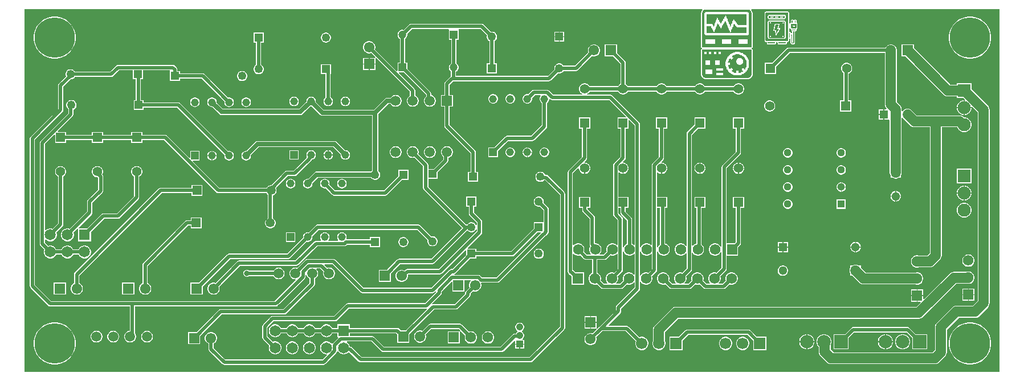
<source format=gbr>
G04*
G04 #@! TF.GenerationSoftware,Altium Limited,Altium Designer,23.3.1 (30)*
G04*
G04 Layer_Physical_Order=1*
G04 Layer_Color=255*
%FSLAX44Y44*%
%MOMM*%
G71*
G04*
G04 #@! TF.SameCoordinates,EAF1F0D8-16AB-4789-B3CC-ED1B898C5CC7*
G04*
G04*
G04 #@! TF.FilePolarity,Positive*
G04*
G01*
G75*
%ADD19C,1.5500*%
%ADD20R,1.5500X1.5500*%
%ADD23C,1.2000*%
%ADD24R,1.2000X1.2000*%
%ADD25R,1.3000X1.3000*%
%ADD26C,1.3000*%
%ADD31C,1.4000*%
%ADD32R,1.4000X1.4000*%
%ADD35R,1.3000X1.3000*%
%ADD37R,1.5500X1.5500*%
%ADD41C,1.2500*%
%ADD42R,1.2500X1.2500*%
%ADD43R,1.5660X1.5660*%
%ADD44C,1.5660*%
%ADD46R,1.2500X1.2500*%
%ADD47C,1.3500*%
%ADD48R,1.3500X1.3500*%
%ADD53C,2.0000*%
%ADD54R,2.0000X2.0000*%
%ADD57C,1.5000*%
%ADD58C,0.5080*%
%ADD59C,0.6500*%
%ADD60R,1.6500X1.6500*%
%ADD61C,1.6500*%
%ADD62C,1.5000*%
%ADD63C,1.5750*%
%ADD64R,1.5750X1.5750*%
%ADD65C,1.9350*%
%ADD66R,1.9350X1.9350*%
%ADD67R,1.4000X1.4000*%
%ADD68C,1.1300*%
%ADD69R,1.1300X1.1300*%
%ADD70C,6.0000*%
%ADD71R,1.5750X1.5750*%
%ADD72R,1.1600X1.1600*%
%ADD73C,1.1600*%
%ADD74R,1.5000X1.5000*%
%ADD75R,1.7000X1.7000*%
%ADD76C,1.7000*%
%ADD77C,1.0500*%
%ADD78R,1.0500X1.0500*%
%ADD79C,0.5500*%
%ADD80C,0.8000*%
G36*
X1363828Y813206D02*
X1365504D01*
Y812648D01*
X1366063D01*
Y812089D01*
X1366622D01*
Y811530D01*
X1367180D01*
Y810971D01*
X1367739D01*
Y809295D01*
X1368298D01*
Y757885D01*
X1294536D01*
Y809295D01*
X1295095D01*
Y810971D01*
X1295654D01*
Y811530D01*
X1296213D01*
Y812089D01*
X1296772D01*
Y812648D01*
X1297330D01*
Y813206D01*
X1299007D01*
Y813765D01*
X1363828D01*
Y813206D01*
D02*
G37*
G36*
X1368298Y716534D02*
X1367739D01*
Y714858D01*
X1367180D01*
Y714299D01*
X1366622D01*
Y713740D01*
X1366063D01*
Y713181D01*
X1365504D01*
Y712622D01*
X1363828D01*
Y712064D01*
X1299007D01*
Y712622D01*
X1297330D01*
Y713181D01*
X1296772D01*
Y713740D01*
X1296213D01*
Y714299D01*
X1295654D01*
Y714858D01*
X1295095D01*
Y716534D01*
X1294536D01*
Y753974D01*
X1368298D01*
Y716534D01*
D02*
G37*
G36*
X1736591Y275089D02*
X287789D01*
Y814571D01*
X1294739D01*
X1295168Y813333D01*
X1294767Y812537D01*
X1294682Y812502D01*
X1294518Y812107D01*
X1294123Y811943D01*
X1293721Y810971D01*
Y810331D01*
X1293564Y810267D01*
X1293162Y809295D01*
Y757885D01*
X1293564Y756913D01*
X1294406Y756564D01*
X1294474Y755929D01*
X1294406Y755294D01*
X1293564Y754946D01*
X1293162Y753974D01*
Y716534D01*
X1293564Y715562D01*
X1293721Y715497D01*
Y714858D01*
X1294123Y713886D01*
X1294518Y713722D01*
X1294682Y713327D01*
X1295077Y713163D01*
X1295241Y712768D01*
X1295636Y712604D01*
X1295800Y712209D01*
X1296195Y712046D01*
X1296358Y711650D01*
X1297330Y711248D01*
X1297970D01*
X1298035Y711092D01*
X1299007Y710689D01*
X1363828D01*
X1364800Y711092D01*
X1364864Y711248D01*
X1365504D01*
X1366476Y711650D01*
X1366640Y712046D01*
X1367035Y712209D01*
X1367198Y712604D01*
X1367594Y712768D01*
X1367757Y713163D01*
X1368152Y713327D01*
X1368316Y713722D01*
X1368711Y713886D01*
X1369114Y714858D01*
Y715497D01*
X1369270Y715562D01*
X1369673Y716534D01*
Y753974D01*
X1369270Y754946D01*
X1368428Y755294D01*
X1368360Y755929D01*
X1368428Y756564D01*
X1369270Y756913D01*
X1369673Y757885D01*
Y809295D01*
X1369270Y810267D01*
X1369114Y810331D01*
Y810971D01*
X1368711Y811943D01*
X1368316Y812107D01*
X1368152Y812502D01*
X1368068Y812537D01*
X1367666Y813333D01*
X1368095Y814571D01*
X1736591D01*
Y275089D01*
D02*
G37*
%LPC*%
G36*
X1362710Y809854D02*
X1300124D01*
Y809295D01*
X1299007D01*
Y808177D01*
X1298448D01*
Y776884D01*
X1299007D01*
Y776326D01*
X1299566D01*
Y775767D01*
X1300124D01*
Y775208D01*
X1362710D01*
Y775767D01*
X1363269D01*
Y776326D01*
X1363828D01*
Y776884D01*
X1364386D01*
Y808177D01*
X1363828D01*
Y809295D01*
X1362710D01*
Y809854D01*
D02*
G37*
G36*
Y769620D02*
X1348740D01*
Y762914D01*
X1362710D01*
Y769620D01*
D02*
G37*
G36*
X1338123D02*
X1324712D01*
Y762914D01*
X1338123D01*
Y769620D01*
D02*
G37*
G36*
X1314094D02*
X1300124D01*
Y762914D01*
X1314094D01*
Y769620D01*
D02*
G37*
%LPD*%
G36*
X1361034Y790854D02*
X1347622D01*
Y791972D01*
X1347064D01*
Y792531D01*
X1346505D01*
Y793090D01*
X1345946D01*
Y794207D01*
X1345387D01*
Y794766D01*
X1344828D01*
Y795325D01*
X1344270D01*
Y796442D01*
X1343711D01*
Y797001D01*
X1343152D01*
Y797560D01*
X1342593D01*
Y798678D01*
X1342034D01*
Y799236D01*
X1341476D01*
Y798678D01*
X1340917D01*
Y797560D01*
X1340358D01*
Y796442D01*
X1339799D01*
Y794766D01*
X1339240D01*
Y793648D01*
X1338682D01*
Y792531D01*
X1338123D01*
Y790854D01*
X1337564D01*
Y789737D01*
X1337005D01*
Y788619D01*
X1336446D01*
Y789737D01*
X1335888D01*
Y791413D01*
X1335329D01*
Y792531D01*
X1334770D01*
Y794207D01*
X1334211D01*
Y795325D01*
X1333652D01*
Y797001D01*
X1333094D01*
Y798119D01*
X1332535D01*
Y799795D01*
X1331976D01*
Y800913D01*
X1331417D01*
Y802589D01*
X1330858D01*
Y803707D01*
X1330300D01*
Y804824D01*
X1329741D01*
Y804266D01*
X1329182D01*
Y803707D01*
X1328623D01*
Y802589D01*
X1328064D01*
Y801472D01*
X1327506D01*
Y800354D01*
X1326947D01*
Y799795D01*
X1326388D01*
Y798678D01*
X1325829D01*
Y797560D01*
X1325270D01*
Y796442D01*
X1324712D01*
Y795884D01*
X1324153D01*
Y794766D01*
X1323594D01*
Y793648D01*
X1323035D01*
Y793090D01*
X1321918D01*
Y794207D01*
X1321359D01*
Y795325D01*
X1320800D01*
Y795884D01*
X1320241D01*
Y797001D01*
X1319682D01*
Y798119D01*
X1319124D01*
Y798678D01*
X1318565D01*
Y799795D01*
X1318006D01*
Y800913D01*
X1317447D01*
Y801472D01*
X1316888D01*
Y800354D01*
X1316330D01*
Y799236D01*
X1315771D01*
Y797560D01*
X1315212D01*
Y795884D01*
X1314653D01*
Y794766D01*
X1314094D01*
Y793090D01*
X1313536D01*
Y791413D01*
X1312977D01*
Y790296D01*
X1312418D01*
Y788619D01*
X1311859D01*
Y789178D01*
X1311300D01*
Y790296D01*
X1310742D01*
Y791413D01*
X1310183D01*
Y792531D01*
X1301801D01*
Y806501D01*
X1361034D01*
Y790854D01*
D02*
G37*
G36*
X1329741Y795884D02*
X1330300D01*
Y794207D01*
X1330858D01*
Y793090D01*
X1331417D01*
Y791413D01*
X1331976D01*
Y790296D01*
X1332535D01*
Y788619D01*
X1333094D01*
Y787502D01*
X1333652D01*
Y785825D01*
X1334211D01*
Y784708D01*
X1334770D01*
Y783031D01*
X1335329D01*
Y781914D01*
X1335888D01*
Y780237D01*
X1336446D01*
Y779678D01*
X1337005D01*
Y780796D01*
X1337564D01*
Y782472D01*
X1338123D01*
Y783590D01*
X1338682D01*
Y784708D01*
X1339240D01*
Y786384D01*
X1339799D01*
Y787502D01*
X1340358D01*
Y788619D01*
X1340917D01*
Y790296D01*
X1341476D01*
Y791413D01*
X1342034D01*
Y792531D01*
X1342593D01*
Y791972D01*
X1343152D01*
Y791413D01*
X1343711D01*
Y790296D01*
X1344270D01*
Y789737D01*
X1344828D01*
Y789178D01*
X1345387D01*
Y788060D01*
X1345946D01*
Y787502D01*
X1361034D01*
Y778561D01*
X1301801D01*
Y785825D01*
Y786384D01*
Y789178D01*
X1307948D01*
Y788060D01*
X1308506D01*
Y786943D01*
X1309065D01*
Y785825D01*
X1309624D01*
Y784708D01*
X1310183D01*
Y783590D01*
X1310742D01*
Y782472D01*
X1311300D01*
Y781355D01*
X1311859D01*
Y780237D01*
X1312977D01*
Y781914D01*
X1313536D01*
Y783031D01*
X1314094D01*
Y784708D01*
X1314653D01*
Y786384D01*
X1315212D01*
Y787502D01*
X1315771D01*
Y789178D01*
X1316330D01*
Y790854D01*
X1316888D01*
Y791972D01*
X1317447D01*
Y793648D01*
X1318006D01*
Y793090D01*
X1318565D01*
Y791972D01*
X1319124D01*
Y791413D01*
X1319682D01*
Y790296D01*
X1320241D01*
Y789178D01*
X1320800D01*
Y788619D01*
X1321359D01*
Y787502D01*
X1321918D01*
Y786384D01*
X1322476D01*
Y785825D01*
X1323035D01*
Y786943D01*
X1323594D01*
Y787502D01*
X1324153D01*
Y788619D01*
X1324712D01*
Y789737D01*
X1325270D01*
Y790854D01*
X1325829D01*
Y791413D01*
X1326388D01*
Y792531D01*
X1326947D01*
Y793648D01*
X1327506D01*
Y794766D01*
X1328064D01*
Y795325D01*
X1328623D01*
Y796442D01*
X1329182D01*
Y797001D01*
X1329741D01*
Y795884D01*
D02*
G37*
%LPC*%
G36*
X1322476Y750621D02*
X1319124D01*
Y747268D01*
X1322476D01*
Y750621D01*
D02*
G37*
G36*
X1315771D02*
X1312418D01*
Y748944D01*
Y748386D01*
Y747268D01*
X1315771D01*
Y750621D01*
D02*
G37*
G36*
X1308506D02*
X1305154D01*
Y750062D01*
Y749503D01*
Y747268D01*
X1308506D01*
Y750621D01*
D02*
G37*
G36*
X1301801D02*
X1298448D01*
Y750062D01*
Y747268D01*
X1301801D01*
Y750621D01*
D02*
G37*
G36*
X1320800Y738327D02*
X1314094D01*
Y731622D01*
X1320800D01*
Y738327D01*
D02*
G37*
G36*
X1306830D02*
X1300124D01*
Y731622D01*
X1306830D01*
Y738327D01*
D02*
G37*
G36*
X1326388Y726034D02*
X1315771D01*
Y722681D01*
X1326388D01*
Y723240D01*
Y726034D01*
D02*
G37*
G36*
X1310183Y724357D02*
X1300124D01*
Y717652D01*
X1310183D01*
Y724357D01*
D02*
G37*
G36*
X1350416Y750621D02*
X1343711D01*
Y750062D01*
X1341476D01*
Y749503D01*
X1340358D01*
Y748944D01*
X1339240D01*
Y748386D01*
X1338123D01*
Y747827D01*
X1337005D01*
Y747268D01*
X1336446D01*
Y746709D01*
X1335888D01*
Y746150D01*
X1335329D01*
Y745592D01*
X1334770D01*
Y745033D01*
X1334211D01*
Y744474D01*
X1333652D01*
Y743915D01*
X1333094D01*
Y743356D01*
X1332535D01*
Y742239D01*
X1331976D01*
Y741121D01*
X1331417D01*
Y740004D01*
X1330858D01*
Y738886D01*
X1330300D01*
Y736651D01*
X1329741D01*
Y729945D01*
X1330300D01*
Y727710D01*
X1330858D01*
Y726034D01*
X1331417D01*
Y724916D01*
X1331976D01*
Y724357D01*
X1332535D01*
Y723240D01*
X1333094D01*
Y722681D01*
X1333652D01*
Y721563D01*
X1334211D01*
Y721004D01*
X1334770D01*
Y720446D01*
X1335329D01*
Y719887D01*
X1336446D01*
Y719328D01*
X1337005D01*
Y718769D01*
X1337564D01*
Y718210D01*
X1338682D01*
Y717652D01*
X1339799D01*
Y717093D01*
X1341476D01*
Y716534D01*
X1343152D01*
Y715975D01*
X1350975D01*
Y716534D01*
X1353210D01*
Y717093D01*
X1354328D01*
Y717652D01*
X1355446D01*
Y718210D01*
X1356563D01*
Y718769D01*
X1357122D01*
Y719328D01*
X1358240D01*
Y719887D01*
X1358798D01*
Y720446D01*
X1359357D01*
Y721004D01*
X1359916D01*
Y721563D01*
X1360475D01*
Y722122D01*
X1361034D01*
Y723240D01*
X1361592D01*
Y723798D01*
X1362151D01*
Y724916D01*
X1362710D01*
Y726034D01*
X1363269D01*
Y727151D01*
X1363828D01*
Y729386D01*
X1364386D01*
Y737210D01*
X1363828D01*
Y738886D01*
X1363269D01*
Y740562D01*
X1362710D01*
Y741680D01*
X1362151D01*
Y742798D01*
X1361592D01*
Y743356D01*
X1361034D01*
Y743915D01*
X1360475D01*
Y745033D01*
X1359916D01*
Y745592D01*
X1359357D01*
Y746150D01*
X1358798D01*
Y746709D01*
X1357681D01*
Y747268D01*
X1357122D01*
Y747827D01*
X1356004D01*
Y748386D01*
X1355446D01*
Y748944D01*
X1354328D01*
Y749503D01*
X1352652D01*
Y750062D01*
X1350416D01*
Y750621D01*
D02*
G37*
G36*
X1326388Y719328D02*
X1315771D01*
Y715975D01*
X1326388D01*
Y719328D01*
D02*
G37*
%LPD*%
G36*
X1349299Y746709D02*
X1351534D01*
Y746150D01*
X1353210D01*
Y745592D01*
X1354328D01*
Y745033D01*
X1354887D01*
Y744474D01*
X1356004D01*
Y743915D01*
X1356563D01*
Y743356D01*
X1357122D01*
Y742798D01*
X1357681D01*
Y742239D01*
X1358240D01*
Y741121D01*
X1358798D01*
Y740562D01*
X1359357D01*
Y739445D01*
X1359916D01*
Y738327D01*
X1360475D01*
Y736092D01*
X1361034D01*
Y729945D01*
X1360475D01*
Y728269D01*
X1359916D01*
Y727151D01*
X1359357D01*
Y726034D01*
X1358798D01*
Y724916D01*
X1357681D01*
Y725475D01*
X1357122D01*
Y726034D01*
X1356563D01*
Y726592D01*
X1356004D01*
Y727151D01*
X1355446D01*
Y726592D01*
X1354887D01*
Y726034D01*
X1354328D01*
Y725475D01*
X1353769D01*
Y724916D01*
X1353210D01*
Y724357D01*
X1353769D01*
Y723798D01*
X1354328D01*
Y723240D01*
X1354887D01*
Y722681D01*
X1355446D01*
Y721563D01*
X1354328D01*
Y721004D01*
X1353210D01*
Y720446D01*
X1352093D01*
Y719887D01*
X1350416D01*
Y719328D01*
X1348740D01*
Y722681D01*
X1345387D01*
Y719328D01*
X1344270D01*
Y719887D01*
X1342034D01*
Y720446D01*
X1340917D01*
Y721004D01*
X1339799D01*
Y721563D01*
X1339240D01*
Y722122D01*
X1338682D01*
Y722681D01*
X1339240D01*
Y723240D01*
X1339799D01*
Y723798D01*
X1340358D01*
Y724357D01*
X1340917D01*
Y724916D01*
X1340358D01*
Y725475D01*
X1339799D01*
Y726034D01*
X1339240D01*
Y726592D01*
X1338682D01*
Y727151D01*
X1338123D01*
Y726592D01*
X1337564D01*
Y726034D01*
X1337005D01*
Y725475D01*
X1336446D01*
Y724916D01*
X1335888D01*
Y725475D01*
X1335329D01*
Y726034D01*
X1334770D01*
Y727151D01*
X1334211D01*
Y728828D01*
X1333652D01*
Y731622D01*
X1336446D01*
Y734974D01*
X1333094D01*
Y735533D01*
X1333652D01*
Y737768D01*
X1334211D01*
Y738886D01*
X1334770D01*
Y740004D01*
X1335329D01*
Y741121D01*
X1335888D01*
Y741680D01*
X1336446D01*
Y741121D01*
X1337005D01*
Y740562D01*
X1337564D01*
Y740004D01*
X1338123D01*
Y739445D01*
X1338682D01*
Y740004D01*
X1339240D01*
Y740562D01*
X1339799D01*
Y741121D01*
X1340358D01*
Y741680D01*
X1340917D01*
Y742239D01*
X1340358D01*
Y742798D01*
X1339799D01*
Y743356D01*
X1339240D01*
Y743915D01*
X1338682D01*
Y744474D01*
X1339240D01*
Y745033D01*
X1340358D01*
Y745592D01*
X1340917D01*
Y746150D01*
X1342593D01*
Y746709D01*
X1344828D01*
Y747268D01*
X1349299D01*
Y746709D01*
D02*
G37*
%LPC*%
G36*
X1353210Y741680D02*
X1348181D01*
Y741121D01*
X1347622D01*
Y740562D01*
X1347064D01*
Y740004D01*
X1346505D01*
Y739445D01*
X1345946D01*
Y738327D01*
X1345387D01*
Y734974D01*
X1345946D01*
Y733857D01*
X1346505D01*
Y733298D01*
X1347064D01*
Y732739D01*
X1347622D01*
Y732180D01*
X1348740D01*
Y731622D01*
X1352652D01*
Y732180D01*
X1353769D01*
Y732739D01*
X1354328D01*
Y733298D01*
X1354887D01*
Y733857D01*
X1355446D01*
Y735533D01*
X1356004D01*
Y737768D01*
X1355446D01*
Y739445D01*
X1354887D01*
Y740004D01*
X1354328D01*
Y740562D01*
X1353769D01*
Y741121D01*
X1353210D01*
Y741680D01*
D02*
G37*
G36*
X1090030Y780950D02*
X1083145D01*
Y774065D01*
X1090030D01*
Y780950D01*
D02*
G37*
G36*
X1081875D02*
X1074990D01*
Y774065D01*
X1081875D01*
Y780950D01*
D02*
G37*
G36*
X1090030Y772795D02*
X1083145D01*
Y765910D01*
X1090030D01*
Y772795D01*
D02*
G37*
G36*
X1081875D02*
X1074990D01*
Y765910D01*
X1081875D01*
Y772795D01*
D02*
G37*
G36*
X736790Y779680D02*
X734810D01*
X732897Y779167D01*
X731183Y778177D01*
X729782Y776777D01*
X728792Y775063D01*
X728280Y773150D01*
Y771170D01*
X728792Y769257D01*
X729782Y767543D01*
X731183Y766143D01*
X732897Y765153D01*
X734810Y764640D01*
X736790D01*
X738703Y765153D01*
X740417Y766143D01*
X741817Y767543D01*
X742807Y769257D01*
X743320Y771170D01*
Y773150D01*
X742807Y775063D01*
X741817Y776777D01*
X740417Y778177D01*
X738703Y779167D01*
X736790Y779680D01*
D02*
G37*
G36*
X1422033Y810957D02*
X1389436D01*
X1388464Y810555D01*
X1388374Y810335D01*
X1388154Y810244D01*
X1388063Y810025D01*
X1387843Y809934D01*
X1387441Y808962D01*
Y767673D01*
X1387843Y766701D01*
X1388063Y766610D01*
X1388154Y766390D01*
X1388374Y766299D01*
X1388464Y766080D01*
X1389059Y765834D01*
X1389085Y765769D01*
X1390057Y765367D01*
X1390856D01*
Y763637D01*
X1391258Y762665D01*
X1391478Y762574D01*
X1391569Y762354D01*
X1392541Y761952D01*
X1402475D01*
X1403447Y762354D01*
X1403538Y762574D01*
X1403758Y762665D01*
X1403849Y762884D01*
X1404068Y762975D01*
X1404314Y763569D01*
X1404379Y763596D01*
X1404781Y764568D01*
Y765367D01*
X1406378D01*
Y765189D01*
X1406781Y764217D01*
X1406845Y764190D01*
X1407091Y763596D01*
X1407155Y763569D01*
X1407401Y762975D01*
X1407466Y762949D01*
X1407712Y762354D01*
X1408684Y761952D01*
X1418929D01*
X1419901Y762354D01*
X1419992Y762574D01*
X1420211Y762665D01*
X1420614Y763637D01*
Y765367D01*
X1421412D01*
X1422384Y765769D01*
X1422411Y765834D01*
X1423005Y766080D01*
X1423096Y766299D01*
X1423316Y766390D01*
X1423407Y766610D01*
X1423626Y766701D01*
X1424029Y767673D01*
Y770836D01*
X1424206Y770955D01*
X1425448D01*
X1425936Y770629D01*
Y764258D01*
X1426339Y763286D01*
X1426558Y763195D01*
X1426649Y762975D01*
X1426869Y762884D01*
X1426960Y762665D01*
X1427179Y762574D01*
X1427270Y762354D01*
X1428242Y761952D01*
X1430415D01*
X1431387Y762354D01*
X1431414Y762419D01*
X1432008Y762665D01*
X1432254Y763259D01*
X1432319Y763286D01*
X1432565Y763880D01*
X1432629Y763907D01*
X1433031Y764879D01*
Y781332D01*
X1433150Y781510D01*
X1433519D01*
X1434492Y781912D01*
X1434894Y782884D01*
Y784126D01*
X1435035Y784364D01*
X1435112Y784396D01*
X1435247Y784720D01*
X1435423Y785017D01*
X1435499Y785201D01*
X1435527Y785242D01*
X1435733Y785327D01*
X1435979Y785921D01*
X1436044Y785948D01*
X1436446Y786920D01*
Y792819D01*
X1436044Y793791D01*
X1435205Y794138D01*
Y797475D01*
X1434802Y798447D01*
X1434583Y798538D01*
X1434492Y798758D01*
X1433519Y799160D01*
X1432899D01*
X1431927Y798758D01*
X1431836Y798538D01*
X1431616Y798447D01*
X1431568Y798331D01*
X1430193D01*
X1430145Y798447D01*
X1429926Y798538D01*
X1429835Y798758D01*
X1428863Y799160D01*
X1428242D01*
X1427270Y798758D01*
X1427179Y798538D01*
X1426960Y798447D01*
X1426557Y797475D01*
Y794138D01*
X1425718Y793791D01*
X1425315Y792819D01*
Y786920D01*
X1425718Y785948D01*
X1425937Y785857D01*
X1426028Y785638D01*
X1426093Y785611D01*
X1426339Y785017D01*
X1427178Y784126D01*
Y782884D01*
X1427580Y781912D01*
X1428552Y781510D01*
X1428611D01*
X1428730Y781332D01*
Y779118D01*
X1428192Y778612D01*
X1426839Y779055D01*
X1426824Y779069D01*
X1426823Y779158D01*
Y779159D01*
X1426420Y780131D01*
X1425448Y780534D01*
X1424206D01*
X1424029Y780652D01*
Y808962D01*
X1423626Y809934D01*
X1423407Y810025D01*
X1423316Y810244D01*
X1423096Y810335D01*
X1423005Y810555D01*
X1422033Y810957D01*
D02*
G37*
G36*
X1695371Y803430D02*
X1690449D01*
X1685588Y802660D01*
X1680907Y801139D01*
X1676521Y798904D01*
X1672539Y796011D01*
X1669059Y792531D01*
X1666165Y788549D01*
X1663931Y784164D01*
X1662410Y779482D01*
X1661640Y774621D01*
Y769699D01*
X1662410Y764838D01*
X1663931Y760156D01*
X1666165Y755771D01*
X1669059Y751789D01*
X1672539Y748309D01*
X1676521Y745415D01*
X1680907Y743181D01*
X1685588Y741660D01*
X1690449Y740890D01*
X1695371D01*
X1700232Y741660D01*
X1704913Y743181D01*
X1709299Y745415D01*
X1713281Y748309D01*
X1716761Y751789D01*
X1719655Y755771D01*
X1721889Y760156D01*
X1723410Y764838D01*
X1724180Y769699D01*
Y774621D01*
X1723410Y779482D01*
X1721889Y784164D01*
X1719655Y788549D01*
X1716761Y792531D01*
X1713281Y796011D01*
X1709299Y798904D01*
X1704913Y801139D01*
X1700232Y802660D01*
X1695371Y803430D01*
D02*
G37*
G36*
X335201D02*
X330279D01*
X325418Y802660D01*
X320737Y801139D01*
X316351Y798904D01*
X312369Y796011D01*
X308889Y792531D01*
X305996Y788549D01*
X303761Y784164D01*
X302240Y779482D01*
X301470Y774621D01*
Y769699D01*
X302240Y764838D01*
X303761Y760156D01*
X305996Y755771D01*
X308889Y751789D01*
X312369Y748309D01*
X316351Y745415D01*
X320737Y743181D01*
X325418Y741660D01*
X330279Y740890D01*
X335201D01*
X340062Y741660D01*
X344743Y743181D01*
X349129Y745415D01*
X353111Y748309D01*
X356591Y751789D01*
X359484Y755771D01*
X361719Y760156D01*
X363240Y764838D01*
X364010Y769699D01*
Y774621D01*
X363240Y779482D01*
X361719Y784164D01*
X359484Y788549D01*
X356591Y792531D01*
X353111Y796011D01*
X349129Y798904D01*
X344743Y801139D01*
X340062Y802660D01*
X335201Y803430D01*
D02*
G37*
G36*
X799465Y741810D02*
X791080D01*
Y733425D01*
X799465D01*
Y741810D01*
D02*
G37*
G36*
X809120Y732155D02*
X800735D01*
Y723770D01*
X809120D01*
Y732155D01*
D02*
G37*
G36*
X799465D02*
X791080D01*
Y723770D01*
X799465D01*
Y732155D01*
D02*
G37*
G36*
X508364Y731495D02*
X426620D01*
X425133Y731199D01*
X423873Y730357D01*
X414951Y721435D01*
X362841D01*
X362418Y722167D01*
X361017Y723568D01*
X359303Y724557D01*
X357390Y725070D01*
X355410D01*
X353498Y724557D01*
X351783Y723568D01*
X350383Y722167D01*
X349393Y720453D01*
X348880Y718540D01*
Y716560D01*
X349393Y714647D01*
X349619Y714255D01*
X338883Y703519D01*
X338041Y702259D01*
X337745Y700772D01*
Y665819D01*
X296973Y625047D01*
X296131Y623787D01*
X295835Y622300D01*
Y402590D01*
X296131Y401103D01*
X296973Y399843D01*
X323212Y373605D01*
X324472Y372763D01*
X325959Y372467D01*
X444425D01*
Y336430D01*
X443746D01*
X441515Y335832D01*
X439515Y334678D01*
X437883Y333045D01*
X436728Y331045D01*
X436130Y328815D01*
Y326505D01*
X436728Y324275D01*
X437883Y322275D01*
X439515Y320642D01*
X441515Y319488D01*
X443746Y318890D01*
X446055D01*
X448285Y319488D01*
X450285Y320642D01*
X451918Y322275D01*
X453073Y324275D01*
X453670Y326505D01*
Y328815D01*
X453073Y331045D01*
X452020Y332868D01*
X452195Y333744D01*
Y372467D01*
X661187D01*
X662673Y372763D01*
X663933Y373605D01*
X664077Y373820D01*
X664293Y373964D01*
X666327Y375998D01*
X704537Y414208D01*
X705379Y415469D01*
X705675Y416955D01*
Y419441D01*
X706945Y419609D01*
X707308Y418255D01*
X708462Y416255D01*
X710095Y414622D01*
X711595Y413756D01*
Y407209D01*
X672761Y368375D01*
X579150D01*
X577663Y368079D01*
X576403Y367237D01*
X543476Y334310D01*
X530930D01*
Y316270D01*
X548970D01*
Y328816D01*
X580759Y360605D01*
X674370D01*
X675857Y360901D01*
X677117Y361743D01*
X718227Y402853D01*
X719069Y404113D01*
X719365Y405600D01*
Y413756D01*
X720865Y414622D01*
X722498Y416255D01*
X723652Y418255D01*
X724250Y420485D01*
Y422795D01*
X723652Y425025D01*
X722498Y427025D01*
X721727Y427795D01*
X722253Y429065D01*
X727561D01*
X732159Y424468D01*
X731710Y422795D01*
Y420485D01*
X732308Y418255D01*
X733462Y416255D01*
X735095Y414622D01*
X737095Y413468D01*
X739325Y412870D01*
X741635D01*
X743865Y413468D01*
X745865Y414622D01*
X747498Y416255D01*
X748652Y418255D01*
X749250Y420485D01*
Y422795D01*
X748652Y425025D01*
X747498Y427025D01*
X745865Y428658D01*
X743865Y429812D01*
X741635Y430410D01*
X739325D01*
X737652Y429962D01*
X733372Y434242D01*
X733858Y435415D01*
X745271D01*
X787193Y393493D01*
X788453Y392651D01*
X789940Y392355D01*
X894080D01*
X895567Y392651D01*
X896827Y393493D01*
X898107Y394773D01*
X899464Y394334D01*
X899553Y393775D01*
X883043Y377265D01*
X768344D01*
X766858Y376969D01*
X765598Y376127D01*
X747685Y358215D01*
X656590D01*
X655103Y357919D01*
X653843Y357077D01*
X642413Y345647D01*
X641571Y344387D01*
X641275Y342900D01*
Y326327D01*
X641571Y324841D01*
X642413Y323581D01*
X651466Y314528D01*
X650880Y312341D01*
Y309834D01*
X651529Y307413D01*
X652782Y305242D01*
X654555Y303469D01*
X656725Y302216D01*
X659147Y301567D01*
X661653D01*
X664075Y302216D01*
X666245Y303469D01*
X668018Y305242D01*
X669271Y307413D01*
X669920Y309834D01*
Y312341D01*
X669271Y314762D01*
X668018Y316933D01*
X666245Y318705D01*
X664075Y319959D01*
X661653Y320607D01*
X659147D01*
X656960Y320021D01*
X649045Y327936D01*
Y341291D01*
X658199Y350445D01*
X749294D01*
X750781Y350741D01*
X752041Y351583D01*
X769954Y369495D01*
X884652D01*
X885074Y369579D01*
X885699Y368409D01*
X855116Y337825D01*
X854455Y336836D01*
X854299Y336680D01*
X847246D01*
X844692Y339234D01*
X843432Y340076D01*
X841945Y340372D01*
X771520D01*
Y346007D01*
X752480D01*
Y340372D01*
X745350D01*
X744218Y342333D01*
X742445Y344105D01*
X740275Y345359D01*
X737853Y346007D01*
X735347D01*
X732925Y345359D01*
X730755Y344105D01*
X728982Y342333D01*
X727850Y340372D01*
X719950D01*
X718818Y342333D01*
X717045Y344105D01*
X714875Y345359D01*
X712453Y346007D01*
X709947D01*
X707525Y345359D01*
X705355Y344105D01*
X703582Y342333D01*
X702450Y340372D01*
X694550D01*
X693418Y342333D01*
X691645Y344105D01*
X689475Y345359D01*
X687053Y346007D01*
X684547D01*
X682125Y345359D01*
X679955Y344105D01*
X678182Y342333D01*
X677050Y340372D01*
X669150D01*
X668018Y342333D01*
X666245Y344105D01*
X664075Y345359D01*
X661653Y346007D01*
X659147D01*
X656725Y345359D01*
X654555Y344105D01*
X652782Y342333D01*
X651529Y340162D01*
X650880Y337741D01*
Y335234D01*
X651529Y332813D01*
X652782Y330642D01*
X654555Y328869D01*
X656725Y327616D01*
X659147Y326967D01*
X661653D01*
X664075Y327616D01*
X666245Y328869D01*
X668018Y330642D01*
X669150Y332603D01*
X677050D01*
X678182Y330642D01*
X679955Y328869D01*
X682125Y327616D01*
X684547Y326967D01*
X687053D01*
X689475Y327616D01*
X691645Y328869D01*
X693418Y330642D01*
X694550Y332603D01*
X702450D01*
X703582Y330642D01*
X705355Y328869D01*
X707525Y327616D01*
X709947Y326967D01*
X712453D01*
X714875Y327616D01*
X717045Y328869D01*
X718818Y330642D01*
X719950Y332603D01*
X727850D01*
X728982Y330642D01*
X730755Y328869D01*
X732925Y327616D01*
X735347Y326967D01*
X737853D01*
X740275Y327616D01*
X742445Y328869D01*
X744218Y330642D01*
X745350Y332603D01*
X752480D01*
Y326967D01*
X753671D01*
X754158Y325794D01*
X745913Y317550D01*
X745599Y317080D01*
X744724Y316987D01*
X744071Y317079D01*
X742445Y318705D01*
X740275Y319959D01*
X737853Y320607D01*
X735347D01*
X732925Y319959D01*
X730755Y318705D01*
X728982Y316933D01*
X727729Y314762D01*
X727080Y312341D01*
Y309834D01*
X727729Y307413D01*
X728982Y305242D01*
X730755Y303469D01*
X732925Y302216D01*
X735347Y301567D01*
X736846D01*
X737372Y300297D01*
X730519Y293445D01*
X586411D01*
X568834Y311021D01*
Y317118D01*
X570488Y318072D01*
X572168Y319752D01*
X573355Y321809D01*
X573970Y324103D01*
Y326478D01*
X573355Y328772D01*
X572168Y330829D01*
X570488Y332508D01*
X568431Y333695D01*
X566137Y334310D01*
X563762D01*
X561468Y333695D01*
X559412Y332508D01*
X557732Y330829D01*
X556545Y328772D01*
X555930Y326478D01*
Y324103D01*
X556545Y321809D01*
X557732Y319752D01*
X559412Y318072D01*
X561065Y317118D01*
Y309412D01*
X561361Y307925D01*
X562203Y306665D01*
X582055Y286813D01*
X583315Y285971D01*
X584802Y285675D01*
X732128D01*
X733615Y285971D01*
X734875Y286813D01*
X751407Y303345D01*
X752249Y304605D01*
X752514Y305938D01*
X752916Y306131D01*
X753815Y306225D01*
X754382Y305242D01*
X756155Y303469D01*
X758325Y302216D01*
X760747Y301567D01*
X763253D01*
X765675Y302216D01*
X767845Y303469D01*
X769393Y305018D01*
X770091D01*
X784486Y290623D01*
X785746Y289781D01*
X787233Y289485D01*
X1040130D01*
X1041617Y289781D01*
X1042877Y290623D01*
X1090125Y337872D01*
X1090967Y339132D01*
X1091263Y340619D01*
Y539857D01*
X1090967Y541343D01*
X1090125Y542603D01*
X1065802Y566927D01*
X1064542Y567769D01*
X1063055Y568065D01*
X1061570D01*
X1060587Y569767D01*
X1059187Y571167D01*
X1057473Y572158D01*
X1055560Y572670D01*
X1053580D01*
X1051667Y572158D01*
X1049952Y571167D01*
X1048552Y569767D01*
X1047562Y568053D01*
X1047050Y566140D01*
Y564160D01*
X1047562Y562247D01*
X1048552Y560533D01*
X1049952Y559132D01*
X1051667Y558143D01*
X1053580Y557630D01*
X1055560D01*
X1057473Y558143D01*
X1059187Y559132D01*
X1060350Y560295D01*
X1061446D01*
X1083494Y538247D01*
Y342228D01*
X1038521Y297255D01*
X788842D01*
X774447Y311649D01*
X773187Y312491D01*
X771700Y312787D01*
X771400D01*
X770871Y314762D01*
X769618Y316933D01*
X767845Y318705D01*
X766863Y319273D01*
X767203Y320543D01*
X803420D01*
X818100Y305863D01*
X819360Y305021D01*
X820846Y304725D01*
X996950D01*
X998437Y305021D01*
X999697Y305863D01*
X1015830Y321996D01*
X1017100Y321470D01*
Y316865D01*
X1023620D01*
X1030140D01*
Y322750D01*
X1028365D01*
X1027931Y324020D01*
X1028837Y324927D01*
X1029696Y326413D01*
X1030140Y328072D01*
Y329788D01*
X1029696Y331447D01*
X1028837Y332933D01*
X1027623Y334147D01*
X1026932Y334547D01*
Y336013D01*
X1027623Y336413D01*
X1028837Y337627D01*
X1029696Y339113D01*
X1030140Y340772D01*
Y342488D01*
X1029696Y344147D01*
X1028837Y345633D01*
X1027623Y346847D01*
X1026137Y347706D01*
X1024478Y348150D01*
X1022762D01*
X1021103Y347706D01*
X1019617Y346847D01*
X1018403Y345633D01*
X1017544Y344147D01*
X1017100Y342488D01*
Y340772D01*
X1017544Y339113D01*
X1018403Y337627D01*
X1019617Y336413D01*
X1020309Y336013D01*
Y334547D01*
X1019617Y334147D01*
X1018403Y332933D01*
X1017846Y331969D01*
X1016424D01*
X1014938Y331674D01*
X1013678Y330831D01*
X995341Y312495D01*
X822455D01*
X807776Y327174D01*
X806516Y328016D01*
X805029Y328312D01*
X771520D01*
Y332603D01*
X840336D01*
X841752Y331186D01*
Y318640D01*
X859792D01*
Y331186D01*
X860610Y332003D01*
X861271Y332993D01*
X896300Y368022D01*
X929066D01*
X930553Y368317D01*
X931813Y369159D01*
X949383Y386729D01*
X950225Y387989D01*
X950520Y389476D01*
Y391307D01*
X954548Y395334D01*
X956393Y394840D01*
X958767D01*
X961062Y395455D01*
X963118Y396642D01*
X964798Y398322D01*
X965985Y400378D01*
X966600Y402673D01*
Y405047D01*
X966177Y406625D01*
X967010Y407853D01*
X967096Y407895D01*
X990900D01*
X992387Y408191D01*
X993647Y409033D01*
X1061145Y476531D01*
X1061345Y476571D01*
X1062605Y477413D01*
X1064837Y479645D01*
X1065679Y480905D01*
X1065719Y481105D01*
X1065737Y481123D01*
X1066579Y482383D01*
X1066875Y483870D01*
Y517360D01*
X1066579Y518847D01*
X1065737Y520107D01*
X1059331Y526513D01*
X1059550Y527330D01*
Y529310D01*
X1059037Y531223D01*
X1058047Y532937D01*
X1056647Y534338D01*
X1054932Y535327D01*
X1053020Y535840D01*
X1051040D01*
X1049127Y535327D01*
X1047412Y534338D01*
X1046012Y532937D01*
X1045022Y531223D01*
X1044510Y529310D01*
Y527330D01*
X1045022Y525417D01*
X1046012Y523703D01*
X1047412Y522303D01*
X1049127Y521312D01*
X1051040Y520800D01*
X1053020D01*
X1053837Y521019D01*
X1059105Y515751D01*
Y497740D01*
X1044510D01*
Y488194D01*
X1011051Y454735D01*
X959550D01*
Y458370D01*
X946853D01*
X946367Y459543D01*
X966677Y479853D01*
X967519Y481113D01*
X967815Y482600D01*
Y498462D01*
X967519Y499948D01*
X966677Y501208D01*
X955915Y511971D01*
Y520800D01*
X959550D01*
Y535840D01*
X944510D01*
Y520800D01*
X948145D01*
Y510362D01*
X948441Y508875D01*
X949283Y507615D01*
X960045Y496852D01*
Y493917D01*
X958775Y493577D01*
X958048Y494837D01*
X956647Y496237D01*
X954933Y497228D01*
X953020Y497740D01*
X951040D01*
X949128Y497228D01*
X947413Y496237D01*
X946013Y494837D01*
X945590Y494105D01*
X943949D01*
X887905Y550149D01*
Y561910D01*
X901600D01*
Y571456D01*
X916519Y586375D01*
X917361Y587635D01*
X917657Y589122D01*
Y593433D01*
X919055Y593808D01*
X921055Y594962D01*
X922688Y596595D01*
X923842Y598595D01*
X924440Y600825D01*
Y603135D01*
X923842Y605365D01*
X922688Y607365D01*
X921055Y608998D01*
X919055Y610152D01*
X916825Y610750D01*
X914515D01*
X912285Y610152D01*
X910285Y608998D01*
X908652Y607365D01*
X907498Y605365D01*
X906900Y603135D01*
Y600825D01*
X907498Y598595D01*
X908652Y596595D01*
X909887Y595360D01*
Y590731D01*
X896106Y576950D01*
X887905D01*
Y582830D01*
X887609Y584317D01*
X886767Y585577D01*
X873192Y599152D01*
X873640Y600825D01*
Y603135D01*
X873042Y605365D01*
X871888Y607365D01*
X870255Y608998D01*
X868255Y610152D01*
X866025Y610750D01*
X863715D01*
X861485Y610152D01*
X859485Y608998D01*
X857852Y607365D01*
X856698Y605365D01*
X856100Y603135D01*
Y600825D01*
X856698Y598595D01*
X857852Y596595D01*
X859485Y594962D01*
X861485Y593808D01*
X863715Y593210D01*
X866025D01*
X867698Y593658D01*
X880135Y581221D01*
Y548540D01*
X880431Y547053D01*
X881273Y545793D01*
X938116Y488950D01*
X892471Y443305D01*
X844622D01*
X843135Y443009D01*
X841875Y442167D01*
X827703Y427995D01*
X827042Y427006D01*
X826886Y426850D01*
X814340D01*
Y408810D01*
X832380D01*
Y421356D01*
X833197Y422173D01*
X833858Y423163D01*
X846230Y435535D01*
X894080D01*
X895567Y435831D01*
X896827Y436673D01*
X945786Y485632D01*
X946013Y485603D01*
X947413Y484202D01*
X949128Y483213D01*
X951040Y482700D01*
X953020D01*
X954933Y483213D01*
X956647Y484202D01*
X958048Y485603D01*
X958775Y486863D01*
X960045Y486523D01*
Y484209D01*
X903901Y428065D01*
X856546D01*
X855059Y427769D01*
X853799Y426927D01*
X852644Y425772D01*
X851842Y426235D01*
X849548Y426850D01*
X847172D01*
X844878Y426235D01*
X842822Y425048D01*
X841142Y423368D01*
X839955Y421312D01*
X839340Y419017D01*
Y416642D01*
X839955Y414348D01*
X841142Y412292D01*
X842822Y410612D01*
X844878Y409425D01*
X847172Y408810D01*
X849548D01*
X851842Y409425D01*
X853898Y410612D01*
X855578Y412292D01*
X856765Y414348D01*
X857380Y416642D01*
Y419017D01*
X857274Y419414D01*
X858155Y420295D01*
X905510D01*
X906997Y420591D01*
X908257Y421433D01*
X943337Y456513D01*
X944510Y456027D01*
Y448824D01*
X923751Y428065D01*
X922020D01*
X920533Y427769D01*
X919273Y426927D01*
X892471Y400125D01*
X791549D01*
X749627Y442047D01*
X748367Y442889D01*
X746880Y443185D01*
X708165D01*
X706678Y442889D01*
X705418Y442047D01*
X693328Y429956D01*
X691635Y430410D01*
X689326D01*
X687095Y429812D01*
X685095Y428658D01*
X683463Y427025D01*
X682308Y425025D01*
X681710Y422795D01*
Y420485D01*
X682308Y418255D01*
X683463Y416255D01*
X685095Y414622D01*
X687095Y413468D01*
X689326Y412870D01*
X690415D01*
X690941Y411600D01*
X660833Y381492D01*
X659577Y380236D01*
X327568D01*
X303605Y404199D01*
Y620691D01*
X344377Y661463D01*
X345219Y662723D01*
X345515Y664210D01*
Y699163D01*
X356382Y710030D01*
X357390D01*
X359303Y710543D01*
X361017Y711533D01*
X362418Y712933D01*
X362841Y713665D01*
X416560D01*
X418047Y713961D01*
X419307Y714803D01*
X428229Y723725D01*
X448880D01*
Y710030D01*
X453150D01*
Y679350D01*
X450150D01*
Y664310D01*
X465190D01*
Y667945D01*
X514951D01*
X584886Y598010D01*
X584750Y597501D01*
Y595639D01*
X585232Y593841D01*
X586163Y592229D01*
X587479Y590912D01*
X589091Y589982D01*
X590889Y589500D01*
X592751D01*
X594549Y589982D01*
X596161Y590912D01*
X597477Y592229D01*
X598408Y593841D01*
X598890Y595639D01*
Y597501D01*
X598408Y599299D01*
X597477Y600911D01*
X596161Y602227D01*
X594549Y603158D01*
X592751Y603640D01*
X590889D01*
X590380Y603503D01*
X519307Y674577D01*
X518046Y675419D01*
X516560Y675715D01*
X465190D01*
Y679350D01*
X460920D01*
Y710030D01*
X463920D01*
Y723725D01*
X503640D01*
X503820Y722530D01*
X503820D01*
Y707490D01*
X518860D01*
Y711125D01*
X551171D01*
X584886Y677410D01*
X584750Y676901D01*
Y675039D01*
X585232Y673241D01*
X586163Y671629D01*
X587479Y670313D01*
X589091Y669382D01*
X590889Y668900D01*
X592751D01*
X594549Y669382D01*
X596161Y670313D01*
X597477Y671629D01*
X598408Y673241D01*
X598890Y675039D01*
Y676901D01*
X598408Y678699D01*
X597477Y680311D01*
X596161Y681628D01*
X594549Y682558D01*
X592751Y683040D01*
X590889D01*
X590380Y682904D01*
X555527Y717757D01*
X554267Y718599D01*
X552780Y718895D01*
X518860D01*
Y722530D01*
X515225D01*
Y724634D01*
X514929Y726121D01*
X514087Y727381D01*
X511111Y730357D01*
X509851Y731199D01*
X508364Y731495D01*
D02*
G37*
G36*
X967270Y792555D02*
X861890D01*
X860404Y792259D01*
X859143Y791417D01*
X851203Y783477D01*
X850557Y783650D01*
X848643D01*
X846794Y783155D01*
X845136Y782197D01*
X843783Y780844D01*
X842825Y779186D01*
X842330Y777337D01*
Y775423D01*
X842825Y773574D01*
X843783Y771916D01*
X845136Y770563D01*
X845715Y770228D01*
Y734980D01*
X842330D01*
Y722713D01*
X841157Y722227D01*
X808626Y754758D01*
X809120Y756602D01*
Y758977D01*
X808505Y761271D01*
X807318Y763328D01*
X805638Y765007D01*
X803582Y766195D01*
X801288Y766810D01*
X798913D01*
X796618Y766195D01*
X794562Y765007D01*
X792882Y763328D01*
X791695Y761271D01*
X791080Y758977D01*
Y756602D01*
X791695Y754308D01*
X792882Y752251D01*
X794562Y750572D01*
X796618Y749384D01*
X798913Y748770D01*
X801288D01*
X803132Y749264D01*
X809454Y742941D01*
X808790Y741810D01*
X807987Y741810D01*
X800735D01*
Y733425D01*
X809120D01*
Y740589D01*
X809120Y741480D01*
X810251Y742144D01*
X860705Y691691D01*
Y685902D01*
X859485Y685198D01*
X857852Y683565D01*
X856698Y681565D01*
X856100Y679335D01*
Y677025D01*
X856698Y674795D01*
X857852Y672795D01*
X859485Y671162D01*
X861485Y670008D01*
X863715Y669410D01*
X866025D01*
X868255Y670008D01*
X870255Y671162D01*
X871888Y672795D01*
X873042Y674795D01*
X873640Y677025D01*
Y679335D01*
X873042Y681565D01*
X871888Y683565D01*
X870255Y685198D01*
X868474Y686226D01*
Y693300D01*
X868179Y694787D01*
X867337Y696047D01*
X844117Y719267D01*
X844603Y720440D01*
X851376D01*
X884487Y687329D01*
Y684800D01*
X883252Y683565D01*
X882098Y681565D01*
X881500Y679335D01*
Y677025D01*
X882098Y674795D01*
X883252Y672795D01*
X884885Y671162D01*
X886885Y670008D01*
X889115Y669410D01*
X891425D01*
X893655Y670008D01*
X895655Y671162D01*
X897288Y672795D01*
X898442Y674795D01*
X899040Y677025D01*
Y679335D01*
X898442Y681565D01*
X897288Y683565D01*
X895655Y685198D01*
X893655Y686352D01*
X892257Y686727D01*
Y688938D01*
X891961Y690425D01*
X891119Y691685D01*
X856870Y725934D01*
Y734980D01*
X853485D01*
Y770228D01*
X854064Y770563D01*
X855417Y771916D01*
X856375Y773574D01*
X856870Y775423D01*
Y777337D01*
X856697Y777983D01*
X863499Y784785D01*
X918265D01*
X918590Y783650D01*
X918590Y783515D01*
Y769110D01*
X921975D01*
Y733862D01*
X921396Y733527D01*
X920042Y732174D01*
X919085Y730516D01*
X918590Y728667D01*
Y726753D01*
X919085Y724904D01*
X920042Y723246D01*
X921396Y721893D01*
X921445Y721864D01*
Y714549D01*
X920543Y713947D01*
X912923Y706327D01*
X912081Y705067D01*
X911785Y703580D01*
Y686950D01*
X906900D01*
Y669410D01*
X911785D01*
Y640490D01*
X912081Y639003D01*
X912923Y637743D01*
X950685Y599981D01*
Y572670D01*
X947050D01*
Y557630D01*
X962090D01*
Y572670D01*
X958455D01*
Y601590D01*
X958159Y603077D01*
X957317Y604337D01*
X919555Y642099D01*
Y669410D01*
X924440D01*
Y686950D01*
X919555D01*
Y701971D01*
X924899Y707315D01*
X1067270D01*
X1068756Y707611D01*
X1070017Y708453D01*
X1080703Y719139D01*
X1081520Y718920D01*
X1083500D01*
X1085412Y719433D01*
X1087127Y720423D01*
X1088527Y721823D01*
X1088950Y722555D01*
X1107440D01*
X1108927Y722851D01*
X1110187Y723693D01*
X1131078Y744584D01*
X1132923Y744090D01*
X1135297D01*
X1137592Y744705D01*
X1139648Y745892D01*
X1141328Y747572D01*
X1142515Y749628D01*
X1143130Y751923D01*
Y754297D01*
X1142515Y756592D01*
X1141328Y758648D01*
X1139648Y760328D01*
X1137592Y761515D01*
X1135297Y762130D01*
X1132923D01*
X1130628Y761515D01*
X1128572Y760328D01*
X1126892Y758648D01*
X1125705Y756592D01*
X1125090Y754297D01*
Y751923D01*
X1125584Y750078D01*
X1105831Y730325D01*
X1088950D01*
X1088527Y731057D01*
X1087127Y732458D01*
X1085412Y733447D01*
X1083500Y733960D01*
X1081520D01*
X1079607Y733447D01*
X1077892Y732458D01*
X1076492Y731057D01*
X1075502Y729343D01*
X1074990Y727430D01*
Y725450D01*
X1075209Y724633D01*
X1065661Y715085D01*
X929214D01*
Y721252D01*
X930324Y721893D01*
X931677Y723246D01*
X932635Y724904D01*
X933130Y726753D01*
Y728667D01*
X932635Y730516D01*
X931677Y732174D01*
X930324Y733527D01*
X929745Y733862D01*
Y769110D01*
X933130D01*
Y783515D01*
X933130Y783650D01*
X933455Y784785D01*
X965661D01*
X975209Y775237D01*
X974990Y774420D01*
Y772440D01*
X975502Y770527D01*
X976492Y768813D01*
X977893Y767412D01*
X978625Y766989D01*
Y733960D01*
X974990D01*
Y718920D01*
X990030D01*
Y733960D01*
X986395D01*
Y766989D01*
X987127Y767412D01*
X988528Y768813D01*
X989518Y770527D01*
X990030Y772440D01*
Y774420D01*
X989518Y776333D01*
X988528Y778047D01*
X987127Y779447D01*
X985413Y780437D01*
X983500Y780950D01*
X981520D01*
X980703Y780731D01*
X970017Y791417D01*
X968757Y792259D01*
X967270Y792555D01*
D02*
G37*
G36*
X643320Y779680D02*
X628280D01*
Y764640D01*
X631916D01*
Y731611D01*
X631183Y731188D01*
X629783Y729787D01*
X628793Y728073D01*
X628280Y726160D01*
Y724180D01*
X628793Y722267D01*
X629783Y720553D01*
X631183Y719153D01*
X632897Y718163D01*
X634810Y717650D01*
X636790D01*
X638703Y718163D01*
X640417Y719153D01*
X641818Y720553D01*
X642808Y722267D01*
X643320Y724180D01*
Y726160D01*
X642808Y728073D01*
X641818Y729787D01*
X640417Y731188D01*
X639685Y731610D01*
Y764640D01*
X643320D01*
Y779680D01*
D02*
G37*
G36*
X612330Y722530D02*
X610350D01*
X608437Y722018D01*
X606722Y721028D01*
X605322Y719627D01*
X604332Y717913D01*
X603820Y716000D01*
Y714020D01*
X604332Y712107D01*
X605322Y710393D01*
X606722Y708992D01*
X608437Y708002D01*
X610350Y707490D01*
X612330D01*
X614243Y708002D01*
X615957Y708992D01*
X617357Y710393D01*
X618347Y712107D01*
X618860Y714020D01*
Y716000D01*
X618347Y717913D01*
X617357Y719627D01*
X615957Y721028D01*
X614243Y722018D01*
X612330Y722530D01*
D02*
G37*
G36*
X1168130Y762130D02*
X1150090D01*
Y744090D01*
X1162636D01*
X1173405Y733321D01*
Y703267D01*
X1172212Y702578D01*
X1170672Y701038D01*
X1169983Y699845D01*
X1127447D01*
X1126758Y701038D01*
X1125218Y702578D01*
X1123332Y703666D01*
X1121229Y704230D01*
X1119051D01*
X1116948Y703666D01*
X1115062Y702578D01*
X1113522Y701038D01*
X1112434Y699152D01*
X1111870Y697049D01*
Y694871D01*
X1112434Y692768D01*
X1113522Y690882D01*
X1115062Y689342D01*
X1116669Y688415D01*
X1116382Y687145D01*
X1073440D01*
X1067177Y693407D01*
X1065917Y694249D01*
X1064431Y694545D01*
X1044660D01*
X1043173Y694249D01*
X1041913Y693407D01*
X1036490Y687984D01*
X1035981Y688120D01*
X1034119D01*
X1032321Y687638D01*
X1030709Y686708D01*
X1029393Y685391D01*
X1028462Y683779D01*
X1027980Y681981D01*
Y680119D01*
X1028462Y678321D01*
X1029393Y676709D01*
X1030709Y675393D01*
X1032321Y674462D01*
X1034119Y673980D01*
X1035981D01*
X1037779Y674462D01*
X1039391Y675393D01*
X1040707Y676709D01*
X1041638Y678321D01*
X1042120Y680119D01*
Y681981D01*
X1041984Y682490D01*
X1046269Y686776D01*
X1054381D01*
X1054907Y685506D01*
X1054793Y685391D01*
X1053862Y683779D01*
X1053380Y681981D01*
Y680119D01*
X1053862Y678321D01*
X1054793Y676709D01*
X1056109Y675393D01*
X1056565Y675129D01*
Y641689D01*
X1041061Y626185D01*
X1004900D01*
X1003414Y625889D01*
X1002153Y625047D01*
X985826Y608720D01*
X977180D01*
Y594580D01*
X991320D01*
Y603226D01*
X1006509Y618415D01*
X1042670D01*
X1044157Y618711D01*
X1045417Y619553D01*
X1063197Y637333D01*
X1064039Y638593D01*
X1064335Y640080D01*
Y675129D01*
X1064791Y675393D01*
X1066107Y676709D01*
X1067038Y678321D01*
X1067520Y680119D01*
Y680281D01*
X1068790Y680807D01*
X1069084Y680513D01*
X1070344Y679671D01*
X1071831Y679375D01*
X1156969D01*
X1181741Y654603D01*
X1181255Y653430D01*
X1169020D01*
Y636890D01*
X1173405D01*
Y594747D01*
X1163733Y585075D01*
X1162891Y583814D01*
X1162595Y582328D01*
Y509051D01*
X1162891Y507564D01*
X1163733Y506304D01*
X1169191Y500846D01*
Y464110D01*
X1167921Y463584D01*
X1167023Y464482D01*
X1164948Y465680D01*
X1162634Y466300D01*
X1160238D01*
X1157923Y465680D01*
X1155848Y464482D01*
X1154154Y462788D01*
X1152956Y460713D01*
X1152336Y458398D01*
Y456002D01*
X1152845Y454103D01*
X1148187Y449445D01*
X1142946D01*
X1142420Y450715D01*
X1143317Y451613D01*
X1144516Y453688D01*
X1145136Y456002D01*
Y458398D01*
X1144516Y460713D01*
X1143317Y462788D01*
X1141623Y464482D01*
X1139548Y465680D01*
X1137234Y466300D01*
X1135455D01*
Y504190D01*
X1135159Y505677D01*
X1134317Y506937D01*
X1124239Y517015D01*
Y518780D01*
X1128410D01*
Y535320D01*
X1111870D01*
Y518780D01*
X1116469D01*
Y515406D01*
X1116765Y513919D01*
X1117607Y512659D01*
X1127685Y502581D01*
Y464529D01*
X1127981Y463042D01*
X1128475Y462304D01*
X1127556Y460713D01*
X1126936Y458398D01*
Y456002D01*
X1127556Y453688D01*
X1128754Y451613D01*
X1129652Y450715D01*
X1129126Y449445D01*
X1123885D01*
X1119227Y454103D01*
X1119736Y456002D01*
Y458398D01*
X1119116Y460713D01*
X1117917Y462788D01*
X1116223Y464482D01*
X1114148Y465680D01*
X1111834Y466300D01*
X1109438D01*
X1107123Y465680D01*
X1105048Y464482D01*
X1104150Y463584D01*
X1102880Y464110D01*
Y570384D01*
X1110600Y578104D01*
X1111870Y577578D01*
Y576761D01*
X1112434Y574658D01*
X1113522Y572772D01*
X1115062Y571232D01*
X1116948Y570144D01*
X1119051Y569580D01*
X1119505D01*
Y577850D01*
X1120140D01*
Y578485D01*
X1128410D01*
Y578939D01*
X1127846Y581042D01*
X1126758Y582928D01*
X1125218Y584468D01*
X1123332Y585556D01*
X1121229Y586120D01*
X1120412D01*
X1119886Y587390D01*
X1122887Y590391D01*
X1123729Y591651D01*
X1124025Y593138D01*
Y636890D01*
X1128410D01*
Y653430D01*
X1111870D01*
Y636890D01*
X1116255D01*
Y594747D01*
X1096249Y574740D01*
X1095407Y573480D01*
X1095111Y571993D01*
Y423734D01*
X1095407Y422248D01*
X1096249Y420987D01*
X1097073Y420163D01*
X1098333Y419321D01*
X1099397Y419110D01*
X1100880Y417626D01*
Y404920D01*
X1119080D01*
Y423120D01*
X1106374D01*
X1103837Y425657D01*
X1102880Y426296D01*
Y450290D01*
X1104150Y450816D01*
X1105048Y449918D01*
X1107123Y448720D01*
X1109438Y448100D01*
X1111834D01*
X1113733Y448609D01*
X1119529Y442813D01*
X1120789Y441971D01*
X1122276Y441675D01*
X1131495D01*
Y422285D01*
X1129792Y421302D01*
X1128098Y419608D01*
X1126900Y417533D01*
X1126280Y415218D01*
Y412822D01*
X1126900Y410508D01*
X1128098Y408433D01*
X1129792Y406738D01*
X1131868Y405540D01*
X1134182Y404920D01*
X1136578D01*
X1138477Y405429D01*
X1144273Y399633D01*
X1145533Y398791D01*
X1147020Y398495D01*
X1174540D01*
X1176027Y398791D01*
X1177287Y399633D01*
X1183083Y405429D01*
X1184982Y404920D01*
X1187378D01*
X1189693Y405540D01*
X1191768Y406738D01*
X1193321Y408292D01*
X1194591Y408093D01*
Y400574D01*
X1167807Y373790D01*
X1166965Y372529D01*
X1166669Y371043D01*
Y366983D01*
X1142112Y342426D01*
X1139181Y339495D01*
X1138050Y340160D01*
X1138050Y340964D01*
Y348215D01*
X1129665D01*
Y339830D01*
X1136829D01*
X1137720Y339830D01*
X1138385Y338699D01*
X1132062Y332376D01*
X1130218Y332870D01*
X1127842D01*
X1125548Y332255D01*
X1123492Y331068D01*
X1121812Y329388D01*
X1120625Y327332D01*
X1120010Y325037D01*
Y322663D01*
X1120625Y320368D01*
X1121812Y318312D01*
X1123492Y316632D01*
X1125548Y315445D01*
X1127842Y314830D01*
X1130218D01*
X1132512Y315445D01*
X1134568Y316632D01*
X1136248Y318312D01*
X1137435Y320368D01*
X1138050Y322663D01*
Y325037D01*
X1137556Y326882D01*
X1146468Y335794D01*
X1181442D01*
X1196092Y321144D01*
X1195460Y318786D01*
Y316214D01*
X1196126Y313729D01*
X1197412Y311501D01*
X1199231Y309682D01*
X1201459Y308396D01*
X1203944Y307730D01*
X1206516D01*
X1209001Y308396D01*
X1211229Y309682D01*
X1213048Y311501D01*
X1214334Y313729D01*
X1215000Y316214D01*
Y318786D01*
X1214334Y321271D01*
X1213048Y323499D01*
X1211229Y325318D01*
X1209001Y326604D01*
X1206516Y327270D01*
X1203944D01*
X1201586Y326638D01*
X1185798Y342426D01*
X1184538Y343268D01*
X1183051Y343563D01*
X1155896D01*
X1155410Y344737D01*
X1173301Y362627D01*
X1174143Y363888D01*
X1174439Y365374D01*
Y369434D01*
X1201223Y396218D01*
X1202065Y397478D01*
X1202360Y398965D01*
Y409249D01*
X1203630Y409589D01*
X1204298Y408433D01*
X1205993Y406738D01*
X1208067Y405540D01*
X1210382Y404920D01*
X1212778D01*
X1215092Y405540D01*
X1217168Y406738D01*
X1218862Y408433D01*
X1220060Y410508D01*
X1220680Y412822D01*
Y415218D01*
X1220171Y417117D01*
X1226623Y423569D01*
X1227465Y424829D01*
X1227760Y426316D01*
Y453989D01*
X1229030Y454156D01*
X1229156Y453688D01*
X1230354Y451613D01*
X1232048Y449918D01*
X1234123Y448720D01*
X1236438Y448100D01*
X1238834D01*
X1241148Y448720D01*
X1243223Y449918D01*
X1244918Y451613D01*
X1246115Y453688D01*
X1246736Y456002D01*
Y458398D01*
X1246115Y460713D01*
X1244918Y462788D01*
X1243223Y464482D01*
X1241148Y465680D01*
X1239922Y466008D01*
Y518780D01*
X1242710D01*
Y535320D01*
X1227515D01*
Y571284D01*
X1228785Y571810D01*
X1229362Y571232D01*
X1231248Y570144D01*
X1233351Y569580D01*
X1233805D01*
Y577850D01*
X1234440D01*
Y578485D01*
X1242710D01*
Y578939D01*
X1242146Y581042D01*
X1241058Y582928D01*
X1239518Y584468D01*
X1237632Y585556D01*
X1235529Y586120D01*
X1234712D01*
X1234186Y587390D01*
X1237187Y590391D01*
X1238029Y591651D01*
X1238325Y593138D01*
Y636890D01*
X1242710D01*
Y653430D01*
X1226170D01*
Y636890D01*
X1230555D01*
Y594747D01*
X1220883Y585075D01*
X1220041Y583814D01*
X1219745Y582328D01*
Y505876D01*
X1219991Y504641D01*
Y464110D01*
X1218721Y463584D01*
X1217823Y464482D01*
X1215748Y465680D01*
X1213434Y466300D01*
X1211038D01*
X1208723Y465680D01*
X1206648Y464482D01*
X1204954Y462788D01*
X1203756Y460713D01*
X1203630Y460244D01*
X1202360Y460411D01*
Y643362D01*
X1202065Y644849D01*
X1201223Y646109D01*
X1161325Y686007D01*
X1160065Y686849D01*
X1158578Y687145D01*
X1123898D01*
X1123611Y688415D01*
X1125218Y689342D01*
X1126758Y690882D01*
X1127447Y692075D01*
X1169983D01*
X1170672Y690882D01*
X1172212Y689342D01*
X1174098Y688254D01*
X1176201Y687690D01*
X1178379D01*
X1180482Y688254D01*
X1182368Y689342D01*
X1183908Y690882D01*
X1184597Y692075D01*
X1227133D01*
X1227822Y690882D01*
X1229362Y689342D01*
X1231248Y688254D01*
X1233351Y687690D01*
X1235529D01*
X1237632Y688254D01*
X1239518Y689342D01*
X1241058Y690882D01*
X1241747Y692075D01*
X1284283D01*
X1284972Y690882D01*
X1286512Y689342D01*
X1288398Y688254D01*
X1290501Y687690D01*
X1292679D01*
X1294782Y688254D01*
X1296668Y689342D01*
X1298208Y690882D01*
X1298897Y692075D01*
X1341433D01*
X1342122Y690882D01*
X1343662Y689342D01*
X1345548Y688254D01*
X1347651Y687690D01*
X1349829D01*
X1351932Y688254D01*
X1353818Y689342D01*
X1355358Y690882D01*
X1356446Y692768D01*
X1357010Y694871D01*
Y697049D01*
X1356446Y699152D01*
X1355358Y701038D01*
X1353818Y702578D01*
X1351932Y703666D01*
X1349829Y704230D01*
X1347651D01*
X1345548Y703666D01*
X1343662Y702578D01*
X1342122Y701038D01*
X1341433Y699845D01*
X1298897D01*
X1298208Y701038D01*
X1296668Y702578D01*
X1294782Y703666D01*
X1292679Y704230D01*
X1290501D01*
X1288398Y703666D01*
X1286512Y702578D01*
X1284972Y701038D01*
X1284283Y699845D01*
X1241747D01*
X1241058Y701038D01*
X1239518Y702578D01*
X1237632Y703666D01*
X1235529Y704230D01*
X1233351D01*
X1231248Y703666D01*
X1229362Y702578D01*
X1227822Y701038D01*
X1227133Y699845D01*
X1184597D01*
X1183908Y701038D01*
X1182368Y702578D01*
X1181175Y703267D01*
Y734930D01*
X1180879Y736417D01*
X1180037Y737677D01*
X1168130Y749584D01*
Y762130D01*
D02*
G37*
G36*
X1010581Y688120D02*
X1008719D01*
X1006921Y687638D01*
X1005309Y686708D01*
X1003993Y685391D01*
X1003062Y683779D01*
X1002580Y681981D01*
Y680119D01*
X1003062Y678321D01*
X1003993Y676709D01*
X1005309Y675393D01*
X1006921Y674462D01*
X1008719Y673980D01*
X1010581D01*
X1012379Y674462D01*
X1013991Y675393D01*
X1015307Y676709D01*
X1016238Y678321D01*
X1016720Y680119D01*
Y681981D01*
X1016238Y683779D01*
X1015307Y685391D01*
X1013991Y686708D01*
X1012379Y687638D01*
X1010581Y688120D01*
D02*
G37*
G36*
X985181D02*
X983319D01*
X981521Y687638D01*
X979909Y686708D01*
X978593Y685391D01*
X977662Y683779D01*
X977180Y681981D01*
Y680119D01*
X977662Y678321D01*
X978593Y676709D01*
X979909Y675393D01*
X981521Y674462D01*
X983319Y673980D01*
X985181D01*
X986979Y674462D01*
X988591Y675393D01*
X989907Y676709D01*
X990838Y678321D01*
X991320Y680119D01*
Y681981D01*
X990838Y683779D01*
X989907Y685391D01*
X988591Y686708D01*
X986979Y687638D01*
X985181Y688120D01*
D02*
G37*
G36*
X765471Y684310D02*
X763609D01*
X761811Y683828D01*
X760199Y682897D01*
X758883Y681581D01*
X757952Y679969D01*
X757470Y678171D01*
Y676309D01*
X757952Y674511D01*
X758883Y672899D01*
X760199Y671583D01*
X761811Y670652D01*
X763609Y670170D01*
X765471D01*
X767269Y670652D01*
X768881Y671583D01*
X770197Y672899D01*
X771128Y674511D01*
X771610Y676309D01*
Y678171D01*
X771128Y679969D01*
X770197Y681581D01*
X768881Y682897D01*
X767269Y683828D01*
X765471Y684310D01*
D02*
G37*
G36*
X743320Y732690D02*
X728280D01*
Y717650D01*
X735255D01*
Y683161D01*
X734799Y682897D01*
X733483Y681581D01*
X732552Y679969D01*
X732070Y678171D01*
Y676309D01*
X732552Y674511D01*
X733483Y672899D01*
X734799Y671583D01*
X736411Y670652D01*
X738209Y670170D01*
X740071D01*
X741869Y670652D01*
X743481Y671583D01*
X744797Y672899D01*
X745728Y674511D01*
X746210Y676309D01*
Y678171D01*
X745728Y679969D01*
X744797Y681581D01*
X743481Y682897D01*
X743025Y683161D01*
Y717650D01*
X743320D01*
Y732690D01*
D02*
G37*
G36*
X689271Y684310D02*
X687409D01*
X685611Y683828D01*
X683999Y682897D01*
X682683Y681581D01*
X681752Y679969D01*
X681270Y678171D01*
Y676309D01*
X681752Y674511D01*
X682683Y672899D01*
X683999Y671583D01*
X685611Y670652D01*
X687409Y670170D01*
X689271D01*
X691069Y670652D01*
X692681Y671583D01*
X693997Y672899D01*
X694928Y674511D01*
X695410Y676309D01*
Y678171D01*
X694928Y679969D01*
X693997Y681581D01*
X692681Y682897D01*
X691069Y683828D01*
X689271Y684310D01*
D02*
G37*
G36*
X618151Y683040D02*
X616289D01*
X614491Y682558D01*
X612879Y681628D01*
X611563Y680311D01*
X610632Y678699D01*
X610150Y676901D01*
Y675039D01*
X610632Y673241D01*
X611563Y671629D01*
X612879Y670313D01*
X614491Y669382D01*
X616289Y668900D01*
X618151D01*
X619949Y669382D01*
X621561Y670313D01*
X622877Y671629D01*
X623808Y673241D01*
X624290Y675039D01*
Y676901D01*
X623808Y678699D01*
X622877Y680311D01*
X621561Y681628D01*
X619949Y682558D01*
X618151Y683040D01*
D02*
G37*
G36*
X541951D02*
X540089D01*
X538291Y682558D01*
X536679Y681628D01*
X535363Y680311D01*
X534432Y678699D01*
X533950Y676901D01*
Y675039D01*
X534432Y673241D01*
X535363Y671629D01*
X536679Y670313D01*
X538291Y669382D01*
X540089Y668900D01*
X541951D01*
X543749Y669382D01*
X545361Y670313D01*
X546677Y671629D01*
X547608Y673241D01*
X548090Y675039D01*
Y676901D01*
X547608Y678699D01*
X546677Y680311D01*
X545361Y681628D01*
X543749Y682558D01*
X541951Y683040D01*
D02*
G37*
G36*
X1683385Y678965D02*
X1682579D01*
X1679795Y678219D01*
X1677300Y676778D01*
X1675262Y674740D01*
X1673821Y672245D01*
X1673075Y669461D01*
Y668655D01*
X1683385D01*
Y678965D01*
D02*
G37*
G36*
X840625Y686950D02*
X838315D01*
X836085Y686352D01*
X834085Y685198D01*
X832452Y683565D01*
X832004Y682789D01*
X826770D01*
X825006Y682438D01*
X823511Y681439D01*
X823511Y681439D01*
X807081Y665009D01*
X732489D01*
X720810Y676687D01*
Y678171D01*
X720328Y679969D01*
X719397Y681581D01*
X718081Y682897D01*
X716469Y683828D01*
X714671Y684310D01*
X712809D01*
X711011Y683828D01*
X709399Y682897D01*
X708083Y681581D01*
X707152Y679969D01*
X706670Y678171D01*
Y676687D01*
X696261Y666279D01*
X582629D01*
X573490Y675418D01*
Y676901D01*
X573008Y678699D01*
X572077Y680311D01*
X570761Y681628D01*
X569149Y682558D01*
X567351Y683040D01*
X565489D01*
X563691Y682558D01*
X562079Y681628D01*
X560763Y680311D01*
X559832Y678699D01*
X559350Y676901D01*
Y675039D01*
X559832Y673241D01*
X560763Y671629D01*
X562079Y670313D01*
X563691Y669382D01*
X565489Y668900D01*
X566973D01*
X577462Y658411D01*
X578957Y657412D01*
X580720Y657061D01*
X698170D01*
X699934Y657412D01*
X701429Y658411D01*
X713071Y670053D01*
X714409D01*
X727321Y657141D01*
X728816Y656142D01*
X730580Y655791D01*
X804381D01*
Y574183D01*
X804373Y574177D01*
X802972Y572777D01*
X802967Y572769D01*
X721830D01*
X721830Y572769D01*
X720066Y572418D01*
X718571Y571419D01*
X709212Y562060D01*
X707729D01*
X705931Y561578D01*
X704319Y560647D01*
X703003Y559331D01*
X702072Y557719D01*
X701590Y555921D01*
Y554059D01*
X702072Y552261D01*
X703003Y550649D01*
X704319Y549333D01*
X705931Y548402D01*
X707729Y547920D01*
X709591D01*
X711389Y548402D01*
X713001Y549333D01*
X714317Y550649D01*
X715248Y552261D01*
X715730Y554059D01*
Y555542D01*
X723739Y563551D01*
X802967D01*
X802972Y563543D01*
X804373Y562142D01*
X806087Y561152D01*
X808000Y560640D01*
X809980D01*
X811893Y561152D01*
X813607Y562142D01*
X815007Y563543D01*
X815997Y565257D01*
X816510Y567170D01*
Y569150D01*
X815997Y571063D01*
X815007Y572777D01*
X813607Y574177D01*
X813599Y574183D01*
Y658491D01*
X828679Y673571D01*
X832004D01*
X832452Y672795D01*
X834085Y671162D01*
X836085Y670008D01*
X838315Y669410D01*
X840625D01*
X842855Y670008D01*
X844855Y671162D01*
X846488Y672795D01*
X847642Y674795D01*
X848240Y677025D01*
Y679335D01*
X847642Y681565D01*
X846488Y683565D01*
X844855Y685198D01*
X842855Y686352D01*
X840625Y686950D01*
D02*
G37*
G36*
X1510468Y734710D02*
X1508291D01*
X1506188Y734146D01*
X1504302Y733058D01*
X1502762Y731518D01*
X1501673Y729632D01*
X1501110Y727529D01*
Y725351D01*
X1501673Y723248D01*
X1502762Y721362D01*
X1504302Y719822D01*
X1504860Y719500D01*
Y678830D01*
X1499840D01*
Y662290D01*
X1516380D01*
Y678830D01*
X1512629D01*
Y718767D01*
X1514458Y719822D01*
X1515997Y721362D01*
X1517086Y723248D01*
X1517650Y725351D01*
Y727529D01*
X1517086Y729632D01*
X1515997Y731518D01*
X1514458Y733058D01*
X1512572Y734146D01*
X1510468Y734710D01*
D02*
G37*
G36*
X1396199Y678830D02*
X1394021D01*
X1391918Y678266D01*
X1390032Y677178D01*
X1388493Y675638D01*
X1387404Y673752D01*
X1386840Y671649D01*
Y669471D01*
X1387404Y667368D01*
X1388493Y665482D01*
X1390032Y663942D01*
X1391918Y662854D01*
X1394021Y662290D01*
X1396199D01*
X1398302Y662854D01*
X1400188Y663942D01*
X1401728Y665482D01*
X1402817Y667368D01*
X1403380Y669471D01*
Y671649D01*
X1402817Y673752D01*
X1401728Y675638D01*
X1400188Y677178D01*
X1398302Y678266D01*
X1396199Y678830D01*
D02*
G37*
G36*
X1564285Y665630D02*
X1557150D01*
Y658495D01*
X1564285D01*
Y665630D01*
D02*
G37*
G36*
X1694965Y667385D02*
X1684655D01*
Y657075D01*
X1685461D01*
X1688245Y657821D01*
X1690740Y659262D01*
X1692778Y661300D01*
X1694219Y663795D01*
X1694965Y666579D01*
Y667385D01*
D02*
G37*
G36*
X1683385D02*
X1673075D01*
Y666579D01*
X1673821Y663795D01*
X1675262Y661300D01*
X1677300Y659262D01*
X1679795Y657821D01*
X1682579Y657075D01*
X1683385D01*
Y667385D01*
D02*
G37*
G36*
X1564285Y657225D02*
X1557150D01*
Y650090D01*
X1564285D01*
Y657225D01*
D02*
G37*
G36*
X1576387Y762130D02*
X1574012D01*
X1571718Y761515D01*
X1569661Y760328D01*
X1567982Y758648D01*
X1567027Y756995D01*
X1423050D01*
X1421564Y756699D01*
X1420303Y755857D01*
X1399156Y734710D01*
X1388110D01*
Y718170D01*
X1404650D01*
Y729216D01*
X1424659Y749225D01*
X1566354D01*
Y672983D01*
X1566655Y670693D01*
X1567539Y668560D01*
X1568813Y666900D01*
X1568514Y665688D01*
X1568490Y665630D01*
X1565555D01*
Y657860D01*
Y650090D01*
X1572690D01*
X1573574Y649186D01*
Y571220D01*
X1573876Y568931D01*
X1574650Y567062D01*
Y563450D01*
X1578261D01*
X1580131Y562676D01*
X1582420Y562374D01*
X1584709Y562676D01*
X1586579Y563450D01*
X1590190D01*
Y567062D01*
X1590964Y568931D01*
X1591266Y571220D01*
Y652646D01*
X1592536Y653077D01*
X1593665Y651605D01*
X1603825Y641445D01*
X1603825Y641445D01*
X1605657Y640039D01*
X1607791Y639156D01*
X1610080Y638854D01*
X1633264D01*
Y451871D01*
X1629659Y448266D01*
X1616491D01*
X1615374Y448565D01*
X1612966D01*
X1610640Y447942D01*
X1608555Y446738D01*
X1606852Y445035D01*
X1605648Y442950D01*
X1605025Y440624D01*
Y438216D01*
X1605648Y435890D01*
X1606852Y433805D01*
X1608555Y432102D01*
X1610640Y430898D01*
X1612966Y430275D01*
X1615374D01*
X1616491Y430574D01*
X1633323D01*
X1635613Y430876D01*
X1637746Y431759D01*
X1639578Y433165D01*
X1648365Y441952D01*
X1649771Y443784D01*
X1650654Y445917D01*
X1650956Y448207D01*
Y638854D01*
X1673698D01*
X1673821Y638395D01*
X1675262Y635900D01*
X1677300Y633862D01*
X1679795Y632421D01*
X1682579Y631675D01*
X1685461D01*
X1688245Y632421D01*
X1690740Y633862D01*
X1692778Y635900D01*
X1694219Y638395D01*
X1694965Y641179D01*
Y644061D01*
X1694219Y646845D01*
X1692778Y649340D01*
X1690740Y651378D01*
X1688245Y652819D01*
X1685461Y653565D01*
X1684408D01*
X1684018Y653955D01*
X1682186Y655361D01*
X1680052Y656244D01*
X1677763Y656546D01*
X1613744D01*
X1606175Y664115D01*
X1604343Y665521D01*
X1602209Y666404D01*
X1599920Y666706D01*
X1597631Y666404D01*
X1595497Y665521D01*
X1593665Y664115D01*
X1592536Y662643D01*
X1591266Y663074D01*
Y665762D01*
X1590964Y668052D01*
X1590081Y670185D01*
X1588675Y672017D01*
X1584045Y676647D01*
Y751272D01*
X1584220Y751923D01*
Y754297D01*
X1583605Y756592D01*
X1582418Y758648D01*
X1580738Y760328D01*
X1578681Y761515D01*
X1576387Y762130D01*
D02*
G37*
G36*
X1035981Y608720D02*
X1035685D01*
Y602285D01*
X1042120D01*
Y602581D01*
X1041638Y604379D01*
X1040707Y605991D01*
X1039391Y607307D01*
X1037779Y608238D01*
X1035981Y608720D01*
D02*
G37*
G36*
X1034415D02*
X1034119D01*
X1032321Y608238D01*
X1030709Y607307D01*
X1029393Y605991D01*
X1028462Y604379D01*
X1027980Y602581D01*
Y602285D01*
X1034415D01*
Y608720D01*
D02*
G37*
G36*
X740071Y604910D02*
X739775D01*
Y598475D01*
X746210D01*
Y598771D01*
X745728Y600569D01*
X744797Y602181D01*
X743481Y603498D01*
X741869Y604428D01*
X740071Y604910D01*
D02*
G37*
G36*
X738505D02*
X738209D01*
X736411Y604428D01*
X734799Y603498D01*
X733483Y602181D01*
X732552Y600569D01*
X732070Y598771D01*
Y598475D01*
X738505D01*
Y604910D01*
D02*
G37*
G36*
X567351Y603640D02*
X567055D01*
Y597205D01*
X573490D01*
Y597501D01*
X573008Y599299D01*
X572077Y600911D01*
X570761Y602227D01*
X569149Y603158D01*
X567351Y603640D01*
D02*
G37*
G36*
X565785D02*
X565489D01*
X563691Y603158D01*
X562079Y602227D01*
X560763Y600911D01*
X559832Y599299D01*
X559350Y597501D01*
Y597205D01*
X565785D01*
Y603640D01*
D02*
G37*
G36*
X1061381Y608720D02*
X1059519D01*
X1057721Y608238D01*
X1056109Y607307D01*
X1054793Y605991D01*
X1053862Y604379D01*
X1053380Y602581D01*
Y600719D01*
X1053862Y598921D01*
X1054793Y597309D01*
X1056109Y595992D01*
X1057721Y595062D01*
X1059519Y594580D01*
X1061381D01*
X1063179Y595062D01*
X1064791Y595992D01*
X1066107Y597309D01*
X1067038Y598921D01*
X1067520Y600719D01*
Y602581D01*
X1067038Y604379D01*
X1066107Y605991D01*
X1064791Y607307D01*
X1063179Y608238D01*
X1061381Y608720D01*
D02*
G37*
G36*
X1042120Y601015D02*
X1035685D01*
Y594580D01*
X1035981D01*
X1037779Y595062D01*
X1039391Y595992D01*
X1040707Y597309D01*
X1041638Y598921D01*
X1042120Y600719D01*
Y601015D01*
D02*
G37*
G36*
X1034415D02*
X1027980D01*
Y600719D01*
X1028462Y598921D01*
X1029393Y597309D01*
X1030709Y595992D01*
X1032321Y595062D01*
X1034119Y594580D01*
X1034415D01*
Y601015D01*
D02*
G37*
G36*
X1010581Y608720D02*
X1008719D01*
X1006921Y608238D01*
X1005309Y607307D01*
X1003993Y605991D01*
X1003062Y604379D01*
X1002580Y602581D01*
Y600719D01*
X1003062Y598921D01*
X1003993Y597309D01*
X1005309Y595992D01*
X1006921Y595062D01*
X1008719Y594580D01*
X1010581D01*
X1012379Y595062D01*
X1013991Y595992D01*
X1015307Y597309D01*
X1016238Y598921D01*
X1016720Y600719D01*
Y602581D01*
X1016238Y604379D01*
X1015307Y605991D01*
X1013991Y607307D01*
X1012379Y608238D01*
X1010581Y608720D01*
D02*
G37*
G36*
X1502381Y607630D02*
X1500559D01*
X1498799Y607158D01*
X1497221Y606247D01*
X1495933Y604959D01*
X1495022Y603381D01*
X1494550Y601621D01*
Y599799D01*
X1495022Y598039D01*
X1495933Y596461D01*
X1497221Y595173D01*
X1498799Y594262D01*
X1500559Y593790D01*
X1502381D01*
X1504141Y594262D01*
X1505719Y595173D01*
X1507008Y596461D01*
X1507919Y598039D01*
X1508390Y599799D01*
Y601621D01*
X1507919Y603381D01*
X1507008Y604959D01*
X1505719Y606247D01*
X1504141Y607158D01*
X1502381Y607630D01*
D02*
G37*
G36*
X1422981D02*
X1421159D01*
X1419399Y607158D01*
X1417821Y606247D01*
X1416532Y604959D01*
X1415621Y603381D01*
X1415150Y601621D01*
Y599799D01*
X1415621Y598039D01*
X1416532Y596461D01*
X1417821Y595173D01*
X1419399Y594262D01*
X1421159Y593790D01*
X1422981D01*
X1424741Y594262D01*
X1426319Y595173D01*
X1427607Y596461D01*
X1428518Y598039D01*
X1428990Y599799D01*
Y601621D01*
X1428518Y603381D01*
X1427607Y604959D01*
X1426319Y606247D01*
X1424741Y607158D01*
X1422981Y607630D01*
D02*
G37*
G36*
X891425Y610750D02*
X889115D01*
X886885Y610152D01*
X884885Y608998D01*
X883252Y607365D01*
X882098Y605365D01*
X881500Y603135D01*
Y600825D01*
X882098Y598595D01*
X883252Y596595D01*
X884885Y594962D01*
X886885Y593808D01*
X889115Y593210D01*
X891425D01*
X893655Y593808D01*
X895655Y594962D01*
X897288Y596595D01*
X898442Y598595D01*
X899040Y600825D01*
Y603135D01*
X898442Y605365D01*
X897288Y607365D01*
X895655Y608998D01*
X893655Y610152D01*
X891425Y610750D01*
D02*
G37*
G36*
X840625D02*
X838315D01*
X836085Y610152D01*
X834085Y608998D01*
X832452Y607365D01*
X831298Y605365D01*
X830700Y603135D01*
Y600825D01*
X831298Y598595D01*
X832452Y596595D01*
X834085Y594962D01*
X836085Y593808D01*
X838315Y593210D01*
X840625D01*
X842855Y593808D01*
X844855Y594962D01*
X846488Y596595D01*
X847642Y598595D01*
X848240Y600825D01*
Y603135D01*
X847642Y605365D01*
X846488Y607365D01*
X844855Y608998D01*
X842855Y610152D01*
X840625Y610750D01*
D02*
G37*
G36*
X748580Y618409D02*
X634450D01*
X632687Y618058D01*
X631192Y617059D01*
X631191Y617059D01*
X617772Y603640D01*
X616289D01*
X614491Y603158D01*
X612879Y602227D01*
X611563Y600911D01*
X610632Y599299D01*
X610150Y597501D01*
Y595639D01*
X610632Y593841D01*
X611563Y592229D01*
X612879Y590912D01*
X614491Y589982D01*
X616289Y589500D01*
X618151D01*
X619949Y589982D01*
X621561Y590912D01*
X622877Y592229D01*
X623808Y593841D01*
X624290Y595639D01*
Y597122D01*
X636359Y609192D01*
X746671D01*
X757470Y598393D01*
Y596909D01*
X757952Y595111D01*
X758883Y593499D01*
X760199Y592183D01*
X761811Y591252D01*
X763609Y590770D01*
X765471D01*
X767269Y591252D01*
X768881Y592183D01*
X770197Y593499D01*
X771128Y595111D01*
X771610Y596909D01*
Y598771D01*
X771128Y600569D01*
X770197Y602181D01*
X768881Y603498D01*
X767269Y604428D01*
X765471Y604910D01*
X763988D01*
X751839Y617059D01*
X750344Y618058D01*
X748580Y618409D01*
D02*
G37*
G36*
X746210Y597205D02*
X739775D01*
Y590770D01*
X740071D01*
X741869Y591252D01*
X743481Y592183D01*
X744797Y593499D01*
X745728Y595111D01*
X746210Y596909D01*
Y597205D01*
D02*
G37*
G36*
X738505D02*
X732070D01*
Y596909D01*
X732552Y595111D01*
X733483Y593499D01*
X734799Y592183D01*
X736411Y591252D01*
X738209Y590770D01*
X738505D01*
Y597205D01*
D02*
G37*
G36*
X695410Y604910D02*
X681270D01*
Y590770D01*
X695410D01*
Y604910D01*
D02*
G37*
G36*
X573490Y595935D02*
X567055D01*
Y589500D01*
X567351D01*
X569149Y589982D01*
X570761Y590912D01*
X572077Y592229D01*
X573008Y593841D01*
X573490Y595639D01*
Y595935D01*
D02*
G37*
G36*
X565785D02*
X559350D01*
Y595639D01*
X559832Y593841D01*
X560763Y592229D01*
X562079Y590912D01*
X563691Y589982D01*
X565489Y589500D01*
X565785D01*
Y595935D01*
D02*
G37*
G36*
X1349829Y586120D02*
X1349375D01*
Y578485D01*
X1357010D01*
Y578939D01*
X1356446Y581042D01*
X1355358Y582928D01*
X1353818Y584468D01*
X1351932Y585556D01*
X1349829Y586120D01*
D02*
G37*
G36*
X1292679D02*
X1292225D01*
Y578485D01*
X1299860D01*
Y578939D01*
X1299296Y581042D01*
X1298208Y582928D01*
X1296668Y584468D01*
X1294782Y585556D01*
X1292679Y586120D01*
D02*
G37*
G36*
X1348105D02*
X1347651D01*
X1345548Y585556D01*
X1343662Y584468D01*
X1342122Y582928D01*
X1341034Y581042D01*
X1340470Y578939D01*
Y578485D01*
X1348105D01*
Y586120D01*
D02*
G37*
G36*
X1290955D02*
X1290501D01*
X1288398Y585556D01*
X1286512Y584468D01*
X1284972Y582928D01*
X1283884Y581042D01*
X1283320Y578939D01*
Y578485D01*
X1290955D01*
Y586120D01*
D02*
G37*
G36*
X1357010Y577215D02*
X1349375D01*
Y569580D01*
X1349829D01*
X1351932Y570144D01*
X1353818Y571232D01*
X1355358Y572772D01*
X1356446Y574658D01*
X1357010Y576761D01*
Y577215D01*
D02*
G37*
G36*
X1348105D02*
X1340470D01*
Y576761D01*
X1341034Y574658D01*
X1342122Y572772D01*
X1343662Y571232D01*
X1345548Y570144D01*
X1347651Y569580D01*
X1348105D01*
Y577215D01*
D02*
G37*
G36*
X1299860D02*
X1292225D01*
Y569580D01*
X1292679D01*
X1294782Y570144D01*
X1296668Y571232D01*
X1298208Y572772D01*
X1299296Y574658D01*
X1299860Y576761D01*
Y577215D01*
D02*
G37*
G36*
X1290955D02*
X1283320D01*
Y576761D01*
X1283884Y574658D01*
X1284972Y572772D01*
X1286512Y571232D01*
X1288398Y570144D01*
X1290501Y569580D01*
X1290955D01*
Y577215D01*
D02*
G37*
G36*
X1242710D02*
X1235075D01*
Y569580D01*
X1235529D01*
X1237632Y570144D01*
X1239518Y571232D01*
X1241058Y572772D01*
X1242146Y574658D01*
X1242710Y576761D01*
Y577215D01*
D02*
G37*
G36*
X1128410D02*
X1120775D01*
Y569580D01*
X1121229D01*
X1123332Y570144D01*
X1125218Y571232D01*
X1126758Y572772D01*
X1127846Y574658D01*
X1128410Y576761D01*
Y577215D01*
D02*
G37*
G36*
X1502381Y582230D02*
X1500559D01*
X1498799Y581758D01*
X1497221Y580847D01*
X1495933Y579559D01*
X1495022Y577981D01*
X1494550Y576221D01*
Y574399D01*
X1495022Y572639D01*
X1495933Y571061D01*
X1497221Y569773D01*
X1498799Y568862D01*
X1500559Y568390D01*
X1502381D01*
X1504141Y568862D01*
X1505719Y569773D01*
X1507008Y571061D01*
X1507919Y572639D01*
X1508390Y574399D01*
Y576221D01*
X1507919Y577981D01*
X1507008Y579559D01*
X1505719Y580847D01*
X1504141Y581758D01*
X1502381Y582230D01*
D02*
G37*
G36*
X1422981D02*
X1421159D01*
X1419399Y581758D01*
X1417821Y580847D01*
X1416532Y579559D01*
X1415621Y577981D01*
X1415150Y576221D01*
Y574399D01*
X1415621Y572639D01*
X1416532Y571061D01*
X1417821Y569773D01*
X1419399Y568862D01*
X1421159Y568390D01*
X1422981D01*
X1424741Y568862D01*
X1426319Y569773D01*
X1427607Y571061D01*
X1428518Y572639D01*
X1428990Y574399D01*
Y576221D01*
X1428518Y577981D01*
X1427607Y579559D01*
X1426319Y580847D01*
X1424741Y581758D01*
X1422981Y582230D01*
D02*
G37*
G36*
X1694965Y577365D02*
X1673075D01*
Y555475D01*
X1694965D01*
Y577365D01*
D02*
G37*
G36*
X1502381Y556830D02*
X1502105D01*
Y550545D01*
X1508390D01*
Y550821D01*
X1507919Y552581D01*
X1507008Y554159D01*
X1505719Y555447D01*
X1504141Y556358D01*
X1502381Y556830D01*
D02*
G37*
G36*
X1500835D02*
X1500559D01*
X1498799Y556358D01*
X1497221Y555447D01*
X1495933Y554159D01*
X1495022Y552581D01*
X1494550Y550821D01*
Y550545D01*
X1500835D01*
Y556830D01*
D02*
G37*
G36*
X760391Y562060D02*
X758529D01*
X756731Y561578D01*
X755119Y560647D01*
X753803Y559331D01*
X752872Y557719D01*
X752390Y555921D01*
Y554059D01*
X752872Y552261D01*
X753803Y550649D01*
X755119Y549333D01*
X756731Y548402D01*
X758529Y547920D01*
X760391D01*
X762189Y548402D01*
X763801Y549333D01*
X765117Y550649D01*
X766048Y552261D01*
X766530Y554059D01*
Y555921D01*
X766048Y557719D01*
X765117Y559331D01*
X763801Y560647D01*
X762189Y561578D01*
X760391Y562060D01*
D02*
G37*
G36*
X684191D02*
X682329D01*
X680531Y561578D01*
X678919Y560647D01*
X677603Y559331D01*
X676672Y557719D01*
X676190Y555921D01*
Y554059D01*
X676672Y552261D01*
X677603Y550649D01*
X678919Y549333D01*
X680531Y548402D01*
X682329Y547920D01*
X684191D01*
X685989Y548402D01*
X687601Y549333D01*
X688917Y550649D01*
X689848Y552261D01*
X690330Y554059D01*
Y555921D01*
X689848Y557719D01*
X688917Y559331D01*
X687601Y560647D01*
X685989Y561578D01*
X684191Y562060D01*
D02*
G37*
G36*
X858420Y575680D02*
X843380D01*
Y566134D01*
X822151Y544905D01*
X749639D01*
X740994Y553550D01*
X741130Y554059D01*
Y555921D01*
X740648Y557719D01*
X739717Y559331D01*
X738401Y560647D01*
X736789Y561578D01*
X734991Y562060D01*
X733129D01*
X731331Y561578D01*
X729719Y560647D01*
X728403Y559331D01*
X727472Y557719D01*
X726990Y555921D01*
Y554059D01*
X727472Y552261D01*
X728403Y550649D01*
X729719Y549333D01*
X731331Y548402D01*
X733129Y547920D01*
X734991D01*
X735500Y548056D01*
X745283Y538273D01*
X746543Y537431D01*
X748030Y537135D01*
X823760D01*
X825247Y537431D01*
X826507Y538273D01*
X848874Y560640D01*
X858420D01*
Y575680D01*
D02*
G37*
G36*
X1508390Y549275D02*
X1502105D01*
Y542990D01*
X1502381D01*
X1504141Y543462D01*
X1505719Y544373D01*
X1507008Y545661D01*
X1507919Y547239D01*
X1508390Y548999D01*
Y549275D01*
D02*
G37*
G36*
X1500835D02*
X1494550D01*
Y548999D01*
X1495022Y547239D01*
X1495933Y545661D01*
X1497221Y544373D01*
X1498799Y543462D01*
X1500559Y542990D01*
X1500835D01*
Y549275D01*
D02*
G37*
G36*
X1422981Y556830D02*
X1421159D01*
X1419399Y556358D01*
X1417821Y555447D01*
X1416532Y554159D01*
X1415621Y552581D01*
X1415150Y550821D01*
Y548999D01*
X1415621Y547239D01*
X1416532Y545661D01*
X1417821Y544373D01*
X1419399Y543462D01*
X1421159Y542990D01*
X1422981D01*
X1424741Y543462D01*
X1426319Y544373D01*
X1427607Y545661D01*
X1428518Y547239D01*
X1428990Y548999D01*
Y550821D01*
X1428518Y552581D01*
X1427607Y554159D01*
X1426319Y555447D01*
X1424741Y556358D01*
X1422981Y556830D01*
D02*
G37*
G36*
X1685461Y551965D02*
X1684655D01*
Y541655D01*
X1694965D01*
Y542461D01*
X1694219Y545245D01*
X1692778Y547740D01*
X1690740Y549778D01*
X1688245Y551219D01*
X1685461Y551965D01*
D02*
G37*
G36*
X1683385D02*
X1682579D01*
X1679795Y551219D01*
X1677300Y549778D01*
X1675262Y547740D01*
X1673821Y545245D01*
X1673075Y542461D01*
Y541655D01*
X1683385D01*
Y551965D01*
D02*
G37*
G36*
X1583443Y543990D02*
X1583055D01*
Y536855D01*
X1590190D01*
Y537243D01*
X1589660Y539219D01*
X1588638Y540991D01*
X1587191Y542438D01*
X1585419Y543461D01*
X1583443Y543990D01*
D02*
G37*
G36*
X1581785D02*
X1581397D01*
X1579421Y543461D01*
X1577649Y542438D01*
X1576203Y540991D01*
X1575179Y539219D01*
X1574650Y537243D01*
Y536855D01*
X1581785D01*
Y543990D01*
D02*
G37*
G36*
X552460Y552850D02*
X536420D01*
Y548715D01*
X490220D01*
X488733Y548419D01*
X487473Y547577D01*
X362813Y422917D01*
X361971Y421657D01*
X361675Y420170D01*
Y407123D01*
X360022Y406168D01*
X358342Y404488D01*
X357155Y402432D01*
X356540Y400137D01*
Y397762D01*
X357155Y395468D01*
X358342Y393412D01*
X360022Y391732D01*
X362078Y390545D01*
X364372Y389930D01*
X366748D01*
X369042Y390545D01*
X371098Y391732D01*
X372778Y393412D01*
X373965Y395468D01*
X374580Y397762D01*
Y400137D01*
X373965Y402432D01*
X372778Y404488D01*
X371098Y406168D01*
X369445Y407123D01*
Y418561D01*
X491829Y540945D01*
X536420D01*
Y536810D01*
X552460D01*
Y552850D01*
D02*
G37*
G36*
X1694965Y540385D02*
X1684655D01*
Y530075D01*
X1685461D01*
X1688245Y530821D01*
X1690740Y532262D01*
X1692778Y534300D01*
X1694219Y536795D01*
X1694965Y539579D01*
Y540385D01*
D02*
G37*
G36*
X1683385D02*
X1673075D01*
Y539579D01*
X1673821Y536795D01*
X1675262Y534300D01*
X1677300Y532262D01*
X1679795Y530821D01*
X1682579Y530075D01*
X1683385D01*
Y540385D01*
D02*
G37*
G36*
X1590190Y535585D02*
X1583055D01*
Y528450D01*
X1583443D01*
X1585419Y528979D01*
X1587191Y530003D01*
X1588638Y531449D01*
X1589660Y533221D01*
X1590190Y535197D01*
Y535585D01*
D02*
G37*
G36*
X1581785D02*
X1574650D01*
Y535197D01*
X1575179Y533221D01*
X1576203Y531449D01*
X1577649Y530003D01*
X1579421Y528979D01*
X1581397Y528450D01*
X1581785D01*
Y535585D01*
D02*
G37*
G36*
X1508390Y531430D02*
X1494550D01*
Y517590D01*
X1508390D01*
Y531430D01*
D02*
G37*
G36*
X1422981D02*
X1421159D01*
X1419399Y530958D01*
X1417821Y530047D01*
X1416532Y528759D01*
X1415621Y527181D01*
X1415150Y525421D01*
Y523599D01*
X1415621Y521839D01*
X1416532Y520261D01*
X1417821Y518973D01*
X1419399Y518062D01*
X1421159Y517590D01*
X1422981D01*
X1424741Y518062D01*
X1426319Y518973D01*
X1427607Y520261D01*
X1428518Y521839D01*
X1428990Y523599D01*
Y525421D01*
X1428518Y527181D01*
X1427607Y528759D01*
X1426319Y530047D01*
X1424741Y530958D01*
X1422981Y531430D01*
D02*
G37*
G36*
X1685461Y526565D02*
X1682579D01*
X1679795Y525819D01*
X1677300Y524378D01*
X1675262Y522340D01*
X1673821Y519845D01*
X1673075Y517061D01*
Y514179D01*
X1673821Y511395D01*
X1675262Y508900D01*
X1677300Y506862D01*
X1679795Y505421D01*
X1682579Y504675D01*
X1685461D01*
X1688245Y505421D01*
X1690740Y506862D01*
X1692778Y508900D01*
X1694219Y511395D01*
X1694965Y514179D01*
Y517061D01*
X1694219Y519845D01*
X1692778Y522340D01*
X1690740Y524378D01*
X1688245Y525819D01*
X1685461Y526565D01*
D02*
G37*
G36*
X358660Y679350D02*
X356680D01*
X354767Y678838D01*
X353053Y677848D01*
X351653Y676447D01*
X350663Y674733D01*
X350150Y672820D01*
Y670840D01*
X350663Y668927D01*
X351653Y667213D01*
X352747Y666118D01*
Y659569D01*
X311583Y618405D01*
X310741Y617145D01*
X310445Y615658D01*
Y465450D01*
X310741Y463963D01*
X311583Y462703D01*
X317456Y456830D01*
X316870Y454643D01*
Y452137D01*
X317519Y449715D01*
X318772Y447545D01*
X320545Y445772D01*
X322715Y444519D01*
X325137Y443870D01*
X327643D01*
X330065Y444519D01*
X332235Y445772D01*
X334008Y447545D01*
X335140Y449505D01*
X343040D01*
X344172Y447545D01*
X345945Y445772D01*
X348115Y444519D01*
X350537Y443870D01*
X353043D01*
X355465Y444519D01*
X357635Y445772D01*
X359408Y447545D01*
X360540Y449505D01*
X368440D01*
X369572Y447545D01*
X371345Y445772D01*
X373515Y444519D01*
X375937Y443870D01*
X378443D01*
X380865Y444519D01*
X383035Y445772D01*
X384808Y447545D01*
X386061Y449715D01*
X386710Y452137D01*
Y454643D01*
X386061Y457065D01*
X384808Y459235D01*
X383035Y461008D01*
X380865Y462261D01*
X378443Y462910D01*
X375937D01*
X373515Y462261D01*
X371345Y461008D01*
X369572Y459235D01*
X368440Y457275D01*
X360540D01*
X359408Y459235D01*
X357635Y461008D01*
X355465Y462261D01*
X353043Y462910D01*
X350537D01*
X348115Y462261D01*
X345945Y461008D01*
X344172Y459235D01*
X343040Y457275D01*
X335140D01*
X334008Y459235D01*
X332235Y461008D01*
X330065Y462261D01*
X327643Y462910D01*
X325137D01*
X322950Y462324D01*
X318215Y467059D01*
Y471706D01*
X319485Y472232D01*
X320545Y471172D01*
X322715Y469919D01*
X325137Y469270D01*
X327643D01*
X330065Y469919D01*
X332235Y471172D01*
X334008Y472945D01*
X335261Y475115D01*
X335910Y477537D01*
Y480043D01*
X335324Y482230D01*
X344377Y491283D01*
X345219Y492543D01*
X345515Y494030D01*
Y565463D01*
X346708Y566152D01*
X348248Y567692D01*
X349336Y569578D01*
X349900Y571681D01*
Y573859D01*
X349336Y575962D01*
X348248Y577848D01*
X346708Y579388D01*
X344822Y580476D01*
X342719Y581040D01*
X340541D01*
X338438Y580476D01*
X336552Y579388D01*
X335012Y577848D01*
X333924Y575962D01*
X333360Y573859D01*
Y571681D01*
X333924Y569578D01*
X335012Y567692D01*
X336552Y566152D01*
X337745Y565463D01*
Y495639D01*
X329830Y487724D01*
X327643Y488310D01*
X325137D01*
X322715Y487661D01*
X320545Y486408D01*
X319485Y485348D01*
X318215Y485874D01*
Y614049D01*
X332187Y628021D01*
X333360Y627535D01*
Y615300D01*
X349900D01*
Y619685D01*
X387970D01*
Y615300D01*
X404510D01*
Y619685D01*
X446390D01*
Y615300D01*
X462930D01*
Y619685D01*
X495423D01*
X573025Y542083D01*
X574285Y541241D01*
X575772Y540945D01*
X647422D01*
X648023Y539906D01*
X649286Y538643D01*
Y503588D01*
X648246Y502988D01*
X646752Y501494D01*
X645697Y499666D01*
X645150Y497626D01*
Y495514D01*
X645697Y493474D01*
X646752Y491646D01*
X648246Y490152D01*
X650074Y489096D01*
X652114Y488550D01*
X654226D01*
X656266Y489096D01*
X658094Y490152D01*
X659588Y491646D01*
X660644Y493474D01*
X661190Y495514D01*
Y497626D01*
X660644Y499666D01*
X659588Y501494D01*
X658094Y502988D01*
X657055Y503588D01*
Y537228D01*
X657536Y537356D01*
X659364Y538412D01*
X660858Y539906D01*
X661914Y541734D01*
X662460Y543774D01*
Y545886D01*
X661914Y547926D01*
X661488Y548663D01*
X679171Y566345D01*
X689610D01*
X691097Y566641D01*
X692357Y567483D01*
X713818Y588944D01*
X714660Y590204D01*
X714778Y590799D01*
X716469Y591252D01*
X718081Y592183D01*
X719397Y593499D01*
X720328Y595111D01*
X720810Y596909D01*
Y598771D01*
X720328Y600569D01*
X719397Y602181D01*
X718081Y603498D01*
X716469Y604428D01*
X714671Y604910D01*
X712809D01*
X711011Y604428D01*
X709399Y603498D01*
X708083Y602181D01*
X707152Y600569D01*
X706670Y598771D01*
Y596909D01*
X707152Y595111D01*
X707430Y594630D01*
X707186Y593406D01*
Y593300D01*
X688001Y574115D01*
X677562D01*
X676075Y573819D01*
X674815Y572977D01*
X654688Y552850D01*
X653384D01*
X651345Y552304D01*
X649516Y551248D01*
X648023Y549754D01*
X647422Y548715D01*
X577381D01*
X537769Y588326D01*
X538255Y589500D01*
X548090D01*
Y603640D01*
X533950D01*
Y593805D01*
X532777Y593319D01*
X499779Y626317D01*
X498518Y627159D01*
X497032Y627455D01*
X462930D01*
Y631840D01*
X446390D01*
Y627455D01*
X404510D01*
Y631840D01*
X387970D01*
Y627455D01*
X349900D01*
Y631840D01*
X337665D01*
X337179Y633013D01*
X359379Y655213D01*
X360221Y656473D01*
X360517Y657960D01*
Y664807D01*
X360573Y664822D01*
X362287Y665813D01*
X363688Y667213D01*
X364678Y668927D01*
X365190Y670840D01*
Y672820D01*
X364678Y674733D01*
X363688Y676447D01*
X362287Y677848D01*
X360573Y678838D01*
X358660Y679350D01*
D02*
G37*
G36*
X551190Y504590D02*
X535150D01*
Y500455D01*
X529200D01*
X527713Y500159D01*
X526453Y499317D01*
X464413Y437277D01*
X463571Y436017D01*
X463275Y434530D01*
Y407123D01*
X461622Y406168D01*
X459942Y404489D01*
X458755Y402432D01*
X458140Y400138D01*
Y397763D01*
X458755Y395469D01*
X459942Y393412D01*
X461622Y391732D01*
X463678Y390545D01*
X465972Y389930D01*
X468347D01*
X470641Y390545D01*
X472698Y391732D01*
X474378Y393412D01*
X475565Y395469D01*
X476180Y397763D01*
Y400138D01*
X475565Y402432D01*
X474378Y404489D01*
X472698Y406168D01*
X471045Y407123D01*
Y432921D01*
X530809Y492685D01*
X535150D01*
Y488550D01*
X551190D01*
Y504590D01*
D02*
G37*
G36*
X455749Y581040D02*
X453571D01*
X451468Y580476D01*
X449582Y579388D01*
X448042Y577848D01*
X446954Y575962D01*
X446390Y573859D01*
Y571681D01*
X446954Y569578D01*
X448042Y567692D01*
X449582Y566152D01*
X450775Y565463D01*
Y536279D01*
X425111Y510615D01*
X405130D01*
X403643Y510319D01*
X402383Y509477D01*
X381216Y488310D01*
X368600D01*
X368074Y489580D01*
X387557Y509063D01*
X388399Y510323D01*
X388695Y511810D01*
Y526642D01*
X404067Y542014D01*
X404909Y543274D01*
X405205Y544761D01*
Y565276D01*
X404909Y566763D01*
X404067Y568023D01*
X403421Y568669D01*
X403946Y569578D01*
X404510Y571681D01*
Y573859D01*
X403946Y575962D01*
X402858Y577848D01*
X401318Y579388D01*
X399432Y580476D01*
X397329Y581040D01*
X395151D01*
X393048Y580476D01*
X391162Y579388D01*
X389622Y577848D01*
X388534Y575962D01*
X387970Y573859D01*
Y571681D01*
X388534Y569578D01*
X389622Y567692D01*
X391162Y566152D01*
X393048Y565064D01*
X395151Y564500D01*
X396603D01*
X397435Y563667D01*
Y546370D01*
X382063Y530998D01*
X381221Y529737D01*
X380925Y528251D01*
Y513419D01*
X355230Y487724D01*
X353043Y488310D01*
X350537D01*
X348115Y487661D01*
X345945Y486408D01*
X344172Y484635D01*
X342919Y482465D01*
X342270Y480043D01*
Y477537D01*
X342919Y475115D01*
X344172Y472945D01*
X345945Y471172D01*
X348115Y469919D01*
X350537Y469270D01*
X353043D01*
X355465Y469919D01*
X357635Y471172D01*
X359408Y472945D01*
X360661Y475115D01*
X361310Y477537D01*
Y480043D01*
X360724Y482230D01*
X366400Y487906D01*
X367670Y487380D01*
Y469270D01*
X386710D01*
Y482816D01*
X406739Y502845D01*
X426720D01*
X428207Y503141D01*
X429467Y503983D01*
X457407Y531923D01*
X458249Y533183D01*
X458545Y534670D01*
Y565463D01*
X459738Y566152D01*
X461278Y567692D01*
X462366Y569578D01*
X462930Y571681D01*
Y573859D01*
X462366Y575962D01*
X461278Y577848D01*
X459738Y579388D01*
X457852Y580476D01*
X455749Y581040D01*
D02*
G37*
G36*
X760391Y482660D02*
X758529D01*
X756731Y482178D01*
X755119Y481247D01*
X753803Y479931D01*
X752872Y478318D01*
X752390Y476520D01*
Y474659D01*
X752872Y472861D01*
X753803Y471249D01*
X753917Y471134D01*
X753391Y469864D01*
X740129D01*
X739603Y471134D01*
X739717Y471249D01*
X740648Y472861D01*
X741130Y474659D01*
Y476520D01*
X740648Y478318D01*
X739717Y479931D01*
X738401Y481247D01*
X736789Y482178D01*
X734991Y482660D01*
X733129D01*
X731331Y482178D01*
X729719Y481247D01*
X728403Y479931D01*
X727472Y478318D01*
X726990Y476520D01*
Y474659D01*
X727472Y472861D01*
X728403Y471249D01*
X728517Y471134D01*
X727991Y469864D01*
X721250D01*
X719763Y469568D01*
X718503Y468726D01*
X690541Y440765D01*
X606690D01*
X605203Y440469D01*
X603943Y439627D01*
X571792Y407476D01*
X569947Y407970D01*
X567572D01*
X565278Y407355D01*
X563222Y406168D01*
X561542Y404489D01*
X560355Y402432D01*
X559740Y400138D01*
Y397763D01*
X560355Y395469D01*
X561542Y393412D01*
X563222Y391732D01*
X565278Y390545D01*
X567572Y389930D01*
X569947D01*
X572241Y390545D01*
X574298Y391732D01*
X575978Y393412D01*
X577165Y395469D01*
X577780Y397763D01*
Y400138D01*
X577286Y401982D01*
X608299Y432995D01*
X692150D01*
X693637Y433291D01*
X694897Y434133D01*
X722859Y462095D01*
X763441D01*
X764927Y462391D01*
X766187Y463233D01*
X767230Y464275D01*
X801470D01*
Y460640D01*
X816510D01*
Y475680D01*
X801470D01*
Y472045D01*
X767044D01*
X766774Y472266D01*
X766170Y473315D01*
X766530Y474659D01*
Y476520D01*
X766048Y478318D01*
X765117Y479931D01*
X763801Y481247D01*
X762189Y482178D01*
X760391Y482660D01*
D02*
G37*
G36*
X690330D02*
X676190D01*
Y468520D01*
X690330D01*
Y482660D01*
D02*
G37*
G36*
X873290Y494105D02*
X723290D01*
X721804Y493809D01*
X720544Y492967D01*
X710100Y482523D01*
X709591Y482660D01*
X707729D01*
X705931Y482178D01*
X704319Y481247D01*
X703003Y479931D01*
X702072Y478318D01*
X701590Y476520D01*
Y474659D01*
X701726Y474150D01*
X678501Y450925D01*
X591850D01*
X590363Y450629D01*
X589103Y449787D01*
X547286Y407970D01*
X534740D01*
Y389930D01*
X552780D01*
Y402477D01*
X593459Y443155D01*
X680110D01*
X681597Y443451D01*
X682857Y444293D01*
X707220Y468656D01*
X707729Y468520D01*
X709591D01*
X711389Y469001D01*
X713001Y469932D01*
X714317Y471249D01*
X715248Y472861D01*
X715730Y474659D01*
Y476520D01*
X715594Y477029D01*
X724900Y486335D01*
X871681D01*
X886779Y471237D01*
X886560Y470420D01*
Y468440D01*
X887073Y466527D01*
X888063Y464813D01*
X889463Y463413D01*
X891177Y462423D01*
X893090Y461910D01*
X895070D01*
X896983Y462423D01*
X898697Y463413D01*
X900098Y464813D01*
X901087Y466527D01*
X901600Y468440D01*
Y470420D01*
X901087Y472333D01*
X900098Y474048D01*
X898697Y475448D01*
X896983Y476438D01*
X895070Y476950D01*
X893090D01*
X892273Y476731D01*
X876037Y492967D01*
X874777Y493809D01*
X873290Y494105D01*
D02*
G37*
G36*
X1422550Y468500D02*
X1415415D01*
Y461365D01*
X1422550D01*
Y468500D01*
D02*
G37*
G36*
X1414145D02*
X1407010D01*
Y461365D01*
X1414145D01*
Y468500D01*
D02*
G37*
G36*
X1523753Y468500D02*
X1523365D01*
Y461365D01*
X1530500D01*
Y461753D01*
X1529971Y463729D01*
X1528947Y465501D01*
X1527501Y466948D01*
X1525729Y467971D01*
X1523753Y468500D01*
D02*
G37*
G36*
X1522095D02*
X1521707D01*
X1519731Y467971D01*
X1517959Y466948D01*
X1516512Y465501D01*
X1515490Y463729D01*
X1514960Y461753D01*
Y461365D01*
X1522095D01*
Y468500D01*
D02*
G37*
G36*
X851890Y475680D02*
X849910D01*
X847997Y475168D01*
X846283Y474178D01*
X844883Y472777D01*
X843893Y471063D01*
X843380Y469150D01*
Y467170D01*
X843893Y465257D01*
X844883Y463543D01*
X846283Y462143D01*
X847997Y461153D01*
X849910Y460640D01*
X851890D01*
X853803Y461153D01*
X855517Y462143D01*
X856917Y463543D01*
X857907Y465257D01*
X858420Y467170D01*
Y469150D01*
X857907Y471063D01*
X856917Y472777D01*
X855517Y474178D01*
X853803Y475168D01*
X851890Y475680D01*
D02*
G37*
G36*
X1357010Y653430D02*
X1340470D01*
Y636890D01*
X1344855D01*
Y602319D01*
X1324849Y582313D01*
X1324007Y581052D01*
X1323711Y579566D01*
Y460411D01*
X1322441Y460244D01*
X1322316Y460713D01*
X1321118Y462788D01*
X1319423Y464482D01*
X1317348Y465680D01*
X1315034Y466300D01*
X1312638D01*
X1310323Y465680D01*
X1308248Y464482D01*
X1306554Y462788D01*
X1305356Y460713D01*
X1304736Y458398D01*
Y456002D01*
X1305356Y453688D01*
X1306554Y451613D01*
X1308248Y449918D01*
X1310323Y448720D01*
X1312638Y448100D01*
X1315034D01*
X1317348Y448720D01*
X1319423Y449918D01*
X1321118Y451613D01*
X1322316Y453688D01*
X1322441Y454156D01*
X1323711Y453989D01*
Y430045D01*
X1316277Y422611D01*
X1314378Y423120D01*
X1311982D01*
X1309668Y422500D01*
X1307592Y421302D01*
X1305898Y419608D01*
X1304700Y417533D01*
X1304080Y415218D01*
Y412822D01*
X1304700Y410508D01*
X1305898Y408433D01*
X1306796Y407535D01*
X1306270Y406265D01*
X1301029D01*
X1296371Y410923D01*
X1296880Y412822D01*
Y415218D01*
X1296260Y417533D01*
X1295062Y419608D01*
X1293367Y421302D01*
X1291293Y422500D01*
X1288978Y423120D01*
X1286582D01*
X1284267Y422500D01*
X1282193Y421302D01*
X1280498Y419608D01*
X1279300Y417533D01*
X1278680Y415218D01*
Y412822D01*
X1279189Y410923D01*
X1274531Y406265D01*
X1269290D01*
X1268764Y407535D01*
X1269662Y408433D01*
X1270860Y410508D01*
X1271480Y412822D01*
Y415218D01*
X1270971Y417117D01*
X1278514Y424660D01*
X1279356Y425921D01*
X1279652Y427407D01*
Y451674D01*
X1280922Y452015D01*
X1281154Y451613D01*
X1282848Y449918D01*
X1284923Y448720D01*
X1287238Y448100D01*
X1289634D01*
X1291948Y448720D01*
X1294023Y449918D01*
X1295717Y451613D01*
X1296915Y453688D01*
X1297536Y456002D01*
Y458398D01*
X1296915Y460713D01*
X1295717Y462788D01*
X1294023Y464482D01*
X1293898Y464554D01*
Y518780D01*
X1299860D01*
Y535320D01*
X1283320D01*
Y518780D01*
X1286128D01*
Y466003D01*
X1284923Y465680D01*
X1282848Y464482D01*
X1281154Y462788D01*
X1280922Y462385D01*
X1279652Y462726D01*
Y627728D01*
X1288814Y636890D01*
X1299860D01*
Y653430D01*
X1283320D01*
Y642384D01*
X1273020Y632084D01*
X1272178Y630824D01*
X1271882Y629337D01*
Y462617D01*
X1270612Y462277D01*
X1270318Y462788D01*
X1268623Y464482D01*
X1266548Y465680D01*
X1264234Y466300D01*
X1261838D01*
X1259523Y465680D01*
X1257448Y464482D01*
X1255754Y462788D01*
X1254556Y460713D01*
X1253936Y458398D01*
Y456002D01*
X1254556Y453688D01*
X1255754Y451613D01*
X1257448Y449918D01*
X1259523Y448720D01*
X1261838Y448100D01*
X1264234D01*
X1266548Y448720D01*
X1268623Y449918D01*
X1270318Y451613D01*
X1270612Y452123D01*
X1271882Y451783D01*
Y429016D01*
X1265477Y422611D01*
X1263578Y423120D01*
X1261182D01*
X1258867Y422500D01*
X1256793Y421302D01*
X1255098Y419608D01*
X1253900Y417533D01*
X1253280Y415218D01*
Y412822D01*
X1253900Y410508D01*
X1255098Y408433D01*
X1255996Y407535D01*
X1255470Y406265D01*
X1250229D01*
X1245571Y410923D01*
X1246080Y412822D01*
Y415218D01*
X1245460Y417533D01*
X1244262Y419608D01*
X1242568Y421302D01*
X1240492Y422500D01*
X1238178Y423120D01*
X1235782D01*
X1233467Y422500D01*
X1231393Y421302D01*
X1229698Y419608D01*
X1228500Y417533D01*
X1227880Y415218D01*
Y412822D01*
X1228500Y410508D01*
X1229698Y408433D01*
X1231393Y406738D01*
X1233467Y405540D01*
X1235782Y404920D01*
X1238178D01*
X1240077Y405429D01*
X1245873Y399633D01*
X1247133Y398791D01*
X1248620Y398495D01*
X1276140D01*
X1277627Y398791D01*
X1278887Y399633D01*
X1284683Y405429D01*
X1286582Y404920D01*
X1288978D01*
X1290877Y405429D01*
X1296673Y399633D01*
X1297933Y398791D01*
X1299420Y398495D01*
X1326940D01*
X1328427Y398791D01*
X1329687Y399633D01*
X1335483Y405429D01*
X1337382Y404920D01*
X1339778D01*
X1342092Y405540D01*
X1344167Y406738D01*
X1345862Y408433D01*
X1347060Y410508D01*
X1347680Y412822D01*
Y415218D01*
X1347060Y417533D01*
X1345862Y419608D01*
X1344167Y421302D01*
X1342092Y422500D01*
X1339778Y423120D01*
X1337382D01*
X1335067Y422500D01*
X1332993Y421302D01*
X1331298Y419608D01*
X1330100Y417533D01*
X1329480Y415218D01*
Y412822D01*
X1329989Y410923D01*
X1325331Y406265D01*
X1320090D01*
X1319564Y407535D01*
X1320462Y408433D01*
X1321660Y410508D01*
X1322280Y412822D01*
Y415218D01*
X1321771Y417117D01*
X1330343Y425689D01*
X1331185Y426949D01*
X1331480Y428436D01*
Y448100D01*
X1348336D01*
Y460806D01*
X1351487Y463957D01*
X1352329Y465218D01*
X1352625Y466704D01*
Y518780D01*
X1357010D01*
Y535320D01*
X1340470D01*
Y518780D01*
X1344855D01*
Y468313D01*
X1342842Y466300D01*
X1331480D01*
Y577957D01*
X1351487Y597963D01*
X1352329Y599223D01*
X1352625Y600710D01*
Y636890D01*
X1357010D01*
Y653430D01*
D02*
G37*
G36*
X1422550Y460095D02*
X1415415D01*
Y452960D01*
X1422550D01*
Y460095D01*
D02*
G37*
G36*
X1414145D02*
X1407010D01*
Y452960D01*
X1414145D01*
Y460095D01*
D02*
G37*
G36*
X1530500Y460095D02*
X1523365D01*
Y452960D01*
X1523753D01*
X1525729Y453490D01*
X1527501Y454513D01*
X1528947Y455959D01*
X1529971Y457731D01*
X1530500Y459707D01*
Y460095D01*
D02*
G37*
G36*
X1522095D02*
X1514960D01*
Y459707D01*
X1515490Y457731D01*
X1516512Y455959D01*
X1517959Y454513D01*
X1519731Y453490D01*
X1521707Y452960D01*
X1522095D01*
Y460095D01*
D02*
G37*
G36*
X1053020Y458370D02*
X1051040D01*
X1049127Y457858D01*
X1047412Y456867D01*
X1046012Y455467D01*
X1045022Y453753D01*
X1044510Y451840D01*
Y449860D01*
X1045022Y447947D01*
X1046012Y446233D01*
X1047412Y444832D01*
X1049127Y443843D01*
X1051040Y443330D01*
X1053020D01*
X1054932Y443843D01*
X1056647Y444832D01*
X1058047Y446233D01*
X1059037Y447947D01*
X1059550Y449860D01*
Y451840D01*
X1059037Y453753D01*
X1058047Y455467D01*
X1056647Y456867D01*
X1054932Y457858D01*
X1053020Y458370D01*
D02*
G37*
G36*
X1691574Y449835D02*
X1689166D01*
X1686840Y449212D01*
X1684755Y448008D01*
X1683052Y446305D01*
X1681848Y444220D01*
X1681225Y441894D01*
Y439486D01*
X1681848Y437160D01*
X1683052Y435075D01*
X1684755Y433372D01*
X1686840Y432168D01*
X1689166Y431545D01*
X1691574D01*
X1693900Y432168D01*
X1695985Y433372D01*
X1697688Y435075D01*
X1698892Y437160D01*
X1699515Y439486D01*
Y441894D01*
X1698892Y444220D01*
X1697688Y446305D01*
X1695985Y448008D01*
X1693900Y449212D01*
X1691574Y449835D01*
D02*
G37*
G36*
X666635Y430410D02*
X664325D01*
X662095Y429812D01*
X660095Y428658D01*
X658462Y427025D01*
X657596Y425525D01*
X622058D01*
X621475Y426108D01*
X619538Y426910D01*
X617442D01*
X615505Y426108D01*
X614022Y424625D01*
X613220Y422688D01*
Y420592D01*
X614022Y418655D01*
X615505Y417172D01*
X617442Y416370D01*
X619538D01*
X621475Y417172D01*
X622058Y417755D01*
X657596D01*
X658462Y416255D01*
X660095Y414622D01*
X662095Y413468D01*
X664325Y412870D01*
X666635D01*
X668865Y413468D01*
X670865Y414622D01*
X672498Y416255D01*
X673652Y418255D01*
X674250Y420485D01*
Y422795D01*
X673652Y425025D01*
X672498Y427025D01*
X670865Y428658D01*
X668865Y429812D01*
X666635Y430410D01*
D02*
G37*
G36*
X1415803Y433500D02*
X1413757D01*
X1411781Y432971D01*
X1410009Y431948D01*
X1408562Y430501D01*
X1407540Y428729D01*
X1407010Y426753D01*
Y424707D01*
X1407540Y422731D01*
X1408562Y420959D01*
X1410009Y419512D01*
X1411781Y418489D01*
X1413757Y417960D01*
X1415803D01*
X1417779Y418489D01*
X1419551Y419512D01*
X1420997Y420959D01*
X1422021Y422731D01*
X1422550Y424707D01*
Y426753D01*
X1422021Y428729D01*
X1420997Y430501D01*
X1419551Y431948D01*
X1417779Y432971D01*
X1415803Y433500D01*
D02*
G37*
G36*
X1691574Y424435D02*
X1689166D01*
X1687513Y423992D01*
X1668849D01*
X1666560Y423691D01*
X1664426Y422807D01*
X1662594Y421401D01*
X1624488Y383295D01*
X1623315Y383781D01*
Y387985D01*
X1614805D01*
Y379475D01*
X1619009D01*
X1619495Y378302D01*
X1613099Y371906D01*
X1255870D01*
X1253581Y371604D01*
X1251447Y370721D01*
X1249615Y369315D01*
X1249615Y369315D01*
X1224375Y344075D01*
X1222969Y342243D01*
X1222086Y340109D01*
X1221784Y337820D01*
Y321719D01*
X1221526Y321271D01*
X1220860Y318786D01*
Y316214D01*
X1221526Y313729D01*
X1222812Y311501D01*
X1224631Y309682D01*
X1226859Y308396D01*
X1229344Y307730D01*
X1231916D01*
X1234401Y308396D01*
X1236629Y309682D01*
X1238448Y311501D01*
X1239734Y313729D01*
X1240400Y316214D01*
Y318786D01*
X1239734Y321271D01*
X1239476Y321719D01*
Y334156D01*
X1259534Y354214D01*
X1616763D01*
X1619052Y354516D01*
X1621185Y355399D01*
X1623017Y356805D01*
X1672513Y406301D01*
X1688584D01*
X1689166Y406145D01*
X1691574D01*
X1693900Y406768D01*
X1695985Y407972D01*
X1697688Y409675D01*
X1698892Y411760D01*
X1699515Y414086D01*
Y416494D01*
X1698892Y418820D01*
X1697688Y420905D01*
X1695985Y422608D01*
X1693900Y423812D01*
X1691574Y424435D01*
D02*
G37*
G36*
X1522730Y434576D02*
X1520441Y434274D01*
X1518571Y433500D01*
X1514960D01*
Y429889D01*
X1514186Y428019D01*
X1513884Y425730D01*
X1514186Y423441D01*
X1514960Y421571D01*
Y417960D01*
X1517990D01*
X1528185Y407765D01*
X1530017Y406359D01*
X1532151Y405476D01*
X1534440Y405174D01*
X1534440Y405174D01*
X1611849D01*
X1612966Y404875D01*
X1615374D01*
X1617700Y405498D01*
X1619785Y406702D01*
X1621488Y408405D01*
X1622692Y410490D01*
X1623315Y412816D01*
Y415224D01*
X1622692Y417550D01*
X1621488Y419635D01*
X1619785Y421338D01*
X1617700Y422542D01*
X1615374Y423165D01*
X1612966D01*
X1611849Y422866D01*
X1538104D01*
X1530500Y430470D01*
Y433500D01*
X1526889D01*
X1525019Y434274D01*
X1522730Y434576D01*
D02*
G37*
G36*
X1699515Y399035D02*
X1691005D01*
Y390525D01*
X1699515D01*
Y399035D01*
D02*
G37*
G36*
X1689735D02*
X1681225D01*
Y390525D01*
X1689735D01*
Y399035D01*
D02*
G37*
G36*
X451180Y407970D02*
X433140D01*
Y389930D01*
X451180D01*
Y407970D01*
D02*
G37*
G36*
X349580Y407970D02*
X331540D01*
Y389930D01*
X349580D01*
Y407970D01*
D02*
G37*
G36*
X1623315Y397765D02*
X1614805D01*
Y389255D01*
X1623315D01*
Y397765D01*
D02*
G37*
G36*
X1613535D02*
X1605025D01*
Y389255D01*
X1613535D01*
Y397765D01*
D02*
G37*
G36*
X1699515Y389255D02*
X1691005D01*
Y380745D01*
X1699515D01*
Y389255D01*
D02*
G37*
G36*
X1689735D02*
X1681225D01*
Y380745D01*
X1689735D01*
Y389255D01*
D02*
G37*
G36*
X1613535Y387985D02*
X1605025D01*
Y379475D01*
X1613535D01*
Y387985D01*
D02*
G37*
G36*
X1138050Y357870D02*
X1129665D01*
Y349485D01*
X1138050D01*
Y357870D01*
D02*
G37*
G36*
X1128395D02*
X1120010D01*
Y349485D01*
X1128395D01*
Y357870D01*
D02*
G37*
G36*
Y348215D02*
X1120010D01*
Y339830D01*
X1128395D01*
Y348215D01*
D02*
G37*
G36*
X1568664Y331310D02*
X1567815D01*
Y320675D01*
X1578450D01*
Y321524D01*
X1577682Y324390D01*
X1576198Y326960D01*
X1574100Y329058D01*
X1571530Y330542D01*
X1568664Y331310D01*
D02*
G37*
G36*
X1451824D02*
X1450975D01*
Y320675D01*
X1461610D01*
Y321524D01*
X1460842Y324390D01*
X1459358Y326960D01*
X1457260Y329058D01*
X1454690Y330542D01*
X1451824Y331310D01*
D02*
G37*
G36*
X1566545D02*
X1565696D01*
X1562830Y330542D01*
X1560260Y329058D01*
X1558162Y326960D01*
X1556678Y324390D01*
X1555910Y321524D01*
Y320675D01*
X1566545D01*
Y331310D01*
D02*
G37*
G36*
X1449705D02*
X1448856D01*
X1445990Y330542D01*
X1443420Y329058D01*
X1441322Y326960D01*
X1439838Y324390D01*
X1439070Y321524D01*
Y320675D01*
X1449705D01*
Y331310D01*
D02*
G37*
G36*
X471055Y336430D02*
X468745D01*
X466515Y335832D01*
X464515Y334678D01*
X462882Y333045D01*
X461728Y331045D01*
X461130Y328815D01*
Y326505D01*
X461728Y324275D01*
X462882Y322275D01*
X464515Y320642D01*
X466515Y319488D01*
X468745Y318890D01*
X471055D01*
X473285Y319488D01*
X475285Y320642D01*
X476918Y322275D01*
X478072Y324275D01*
X478670Y326505D01*
Y328815D01*
X478072Y331045D01*
X476918Y333045D01*
X475285Y334678D01*
X473285Y335832D01*
X471055Y336430D01*
D02*
G37*
G36*
X421055D02*
X418745D01*
X416515Y335832D01*
X414515Y334678D01*
X412882Y333045D01*
X411728Y331045D01*
X411130Y328815D01*
Y326505D01*
X411728Y324275D01*
X412882Y322275D01*
X414515Y320642D01*
X416515Y319488D01*
X418745Y318890D01*
X421055D01*
X423285Y319488D01*
X425285Y320642D01*
X426918Y322275D01*
X428072Y324275D01*
X428670Y326505D01*
Y328815D01*
X428072Y331045D01*
X426918Y333045D01*
X425285Y334678D01*
X423285Y335832D01*
X421055Y336430D01*
D02*
G37*
G36*
X396054D02*
X393745D01*
X391515Y335832D01*
X389515Y334678D01*
X387882Y333045D01*
X386728Y331045D01*
X386130Y328815D01*
Y326505D01*
X386728Y324275D01*
X387882Y322275D01*
X389515Y320642D01*
X391515Y319488D01*
X393745Y318890D01*
X396054D01*
X398285Y319488D01*
X400285Y320642D01*
X401918Y322275D01*
X403072Y324275D01*
X403670Y326505D01*
Y328815D01*
X403072Y331045D01*
X401918Y333045D01*
X400285Y334678D01*
X398285Y335832D01*
X396054Y336430D01*
D02*
G37*
G36*
X977834Y335535D02*
X975426D01*
X973100Y334912D01*
X971015Y333708D01*
X969312Y332005D01*
X968108Y329920D01*
X967485Y327594D01*
Y325186D01*
X968108Y322860D01*
X969312Y320775D01*
X971015Y319072D01*
X973100Y317868D01*
X975426Y317245D01*
X977834D01*
X980160Y317868D01*
X982245Y319072D01*
X983948Y320775D01*
X985152Y322860D01*
X985775Y325186D01*
Y327594D01*
X985152Y329920D01*
X983948Y332005D01*
X982245Y333708D01*
X980160Y334912D01*
X977834Y335535D01*
D02*
G37*
G36*
X934720Y346785D02*
X891013D01*
X889526Y346489D01*
X888266Y345647D01*
X878805Y336186D01*
X876960Y336680D01*
X874585D01*
X872291Y336065D01*
X870234Y334878D01*
X868555Y333198D01*
X867367Y331142D01*
X866753Y328848D01*
Y326473D01*
X867367Y324178D01*
X868555Y322122D01*
X870234Y320442D01*
X872291Y319255D01*
X874585Y318640D01*
X876960D01*
X879254Y319255D01*
X881311Y320442D01*
X882990Y322122D01*
X884178Y324178D01*
X884793Y326473D01*
Y328848D01*
X884298Y330692D01*
X892622Y339015D01*
X933111D01*
X935566Y336560D01*
X934795Y335535D01*
X933780Y335535D01*
X916685D01*
Y317245D01*
X934975D01*
Y334279D01*
X934975Y335355D01*
X936000Y336126D01*
X942602Y329524D01*
X942085Y327594D01*
Y325186D01*
X942708Y322860D01*
X943912Y320775D01*
X945615Y319072D01*
X947700Y317868D01*
X950026Y317245D01*
X952434D01*
X954760Y317868D01*
X956845Y319072D01*
X958548Y320775D01*
X959752Y322860D01*
X960375Y325186D01*
Y327594D01*
X959752Y329920D01*
X958548Y332005D01*
X956845Y333708D01*
X954760Y334912D01*
X952434Y335535D01*
X950026D01*
X948096Y335018D01*
X937467Y345647D01*
X936207Y346489D01*
X934720Y346785D01*
D02*
G37*
G36*
X1030140Y315595D02*
X1024255D01*
Y309710D01*
X1030140D01*
Y315595D01*
D02*
G37*
G36*
X1022985D02*
X1017100D01*
Y309710D01*
X1022985D01*
Y315595D01*
D02*
G37*
G36*
X1600400Y341705D02*
X1519120D01*
X1517634Y341409D01*
X1516373Y340567D01*
X1507116Y331310D01*
X1490070D01*
Y308770D01*
X1512610D01*
Y325816D01*
X1520729Y333935D01*
X1598791D01*
X1606910Y325816D01*
Y308770D01*
X1629450D01*
Y331310D01*
X1612404D01*
X1603147Y340567D01*
X1601887Y341409D01*
X1600400Y341705D01*
D02*
G37*
G36*
X1594164Y331310D02*
X1591196D01*
X1588330Y330542D01*
X1585760Y329058D01*
X1583662Y326960D01*
X1582178Y324390D01*
X1581410Y321524D01*
Y318556D01*
X1582178Y315690D01*
X1583662Y313120D01*
X1585760Y311022D01*
X1588330Y309538D01*
X1591196Y308770D01*
X1594164D01*
X1597030Y309538D01*
X1599600Y311022D01*
X1601698Y313120D01*
X1603182Y315690D01*
X1603950Y318556D01*
Y321524D01*
X1603182Y324390D01*
X1601698Y326960D01*
X1599600Y329058D01*
X1597030Y330542D01*
X1594164Y331310D01*
D02*
G37*
G36*
X1578450Y319405D02*
X1567815D01*
Y308770D01*
X1568664D01*
X1571530Y309538D01*
X1574100Y311022D01*
X1576198Y313120D01*
X1577682Y315690D01*
X1578450Y318556D01*
Y319405D01*
D02*
G37*
G36*
X1566545D02*
X1555910D01*
Y318556D01*
X1556678Y315690D01*
X1558162Y313120D01*
X1560260Y311022D01*
X1562830Y309538D01*
X1565696Y308770D01*
X1566545D01*
Y319405D01*
D02*
G37*
G36*
X1461610D02*
X1450975D01*
Y308770D01*
X1451824D01*
X1454690Y309538D01*
X1457260Y311022D01*
X1459358Y313120D01*
X1460842Y315690D01*
X1461610Y318556D01*
Y319405D01*
D02*
G37*
G36*
X1449705D02*
X1439070D01*
Y318556D01*
X1439838Y315690D01*
X1441322Y313120D01*
X1443420Y311022D01*
X1445990Y309538D01*
X1448856Y308770D01*
X1449705D01*
Y319405D01*
D02*
G37*
G36*
X1363980Y337895D02*
X1272540D01*
X1271053Y337599D01*
X1269793Y336757D01*
X1260306Y327270D01*
X1246260D01*
Y307730D01*
X1265800D01*
Y321776D01*
X1274149Y330125D01*
X1362371D01*
X1370720Y321776D01*
Y307730D01*
X1390260D01*
Y327270D01*
X1376214D01*
X1366727Y336757D01*
X1365467Y337599D01*
X1363980Y337895D01*
D02*
G37*
G36*
X1356376Y327270D02*
X1353804D01*
X1351319Y326604D01*
X1349091Y325318D01*
X1347272Y323499D01*
X1345986Y321271D01*
X1345320Y318786D01*
Y316214D01*
X1345986Y313729D01*
X1347272Y311501D01*
X1349091Y309682D01*
X1351319Y308396D01*
X1353804Y307730D01*
X1356376D01*
X1358861Y308396D01*
X1361089Y309682D01*
X1362908Y311501D01*
X1364194Y313729D01*
X1364860Y316214D01*
Y318786D01*
X1364194Y321271D01*
X1362908Y323499D01*
X1361089Y325318D01*
X1358861Y326604D01*
X1356376Y327270D01*
D02*
G37*
G36*
X1330976D02*
X1328404D01*
X1325919Y326604D01*
X1323691Y325318D01*
X1321872Y323499D01*
X1320586Y321271D01*
X1319920Y318786D01*
Y316214D01*
X1320586Y313729D01*
X1321872Y311501D01*
X1323691Y309682D01*
X1325919Y308396D01*
X1328404Y307730D01*
X1330976D01*
X1333461Y308396D01*
X1335689Y309682D01*
X1337508Y311501D01*
X1338794Y313729D01*
X1339460Y316214D01*
Y318786D01*
X1338794Y321271D01*
X1337508Y323499D01*
X1335689Y325318D01*
X1333461Y326604D01*
X1330976Y327270D01*
D02*
G37*
G36*
X1609220Y762130D02*
X1591180D01*
Y744090D01*
X1596710D01*
X1653635Y687165D01*
X1655467Y685759D01*
X1657601Y684876D01*
X1659890Y684574D01*
X1673075D01*
Y682475D01*
X1683141D01*
X1685381Y680235D01*
X1684854Y678965D01*
X1684655D01*
Y668655D01*
X1694965D01*
Y668855D01*
X1696235Y669380D01*
X1704384Y661231D01*
Y380854D01*
X1696866Y373336D01*
X1672590D01*
X1670301Y373034D01*
X1668167Y372151D01*
X1666335Y370745D01*
X1643475Y347885D01*
X1642069Y346053D01*
X1641186Y343919D01*
X1640884Y341630D01*
Y307905D01*
X1637279Y304300D01*
X1490020D01*
X1485632Y308688D01*
Y314459D01*
X1486342Y315690D01*
X1487110Y318556D01*
Y321524D01*
X1486342Y324390D01*
X1484858Y326960D01*
X1482760Y329058D01*
X1480190Y330542D01*
X1477324Y331310D01*
X1474356D01*
X1471490Y330542D01*
X1468920Y329058D01*
X1466822Y326960D01*
X1465338Y324390D01*
X1464570Y321524D01*
Y318556D01*
X1465338Y315690D01*
X1466822Y313120D01*
X1467940Y312001D01*
Y305024D01*
X1468242Y302735D01*
X1469125Y300601D01*
X1470531Y298769D01*
X1480101Y289199D01*
X1481933Y287793D01*
X1484067Y286910D01*
X1486356Y286608D01*
X1640943D01*
X1643233Y286910D01*
X1645366Y287793D01*
X1647198Y289199D01*
X1655985Y297986D01*
X1657391Y299818D01*
X1658274Y301951D01*
X1658576Y304241D01*
Y337966D01*
X1676254Y355644D01*
X1700530D01*
X1702819Y355946D01*
X1704953Y356829D01*
X1706785Y358235D01*
X1719485Y370935D01*
X1720891Y372767D01*
X1721774Y374901D01*
X1722076Y377190D01*
Y664895D01*
X1721774Y667185D01*
X1720891Y669318D01*
X1719485Y671150D01*
X1694965Y695670D01*
Y704365D01*
X1673075D01*
Y702266D01*
X1663554D01*
X1609220Y756600D01*
Y762130D01*
D02*
G37*
G36*
X712453Y320607D02*
X709947D01*
X707525Y319959D01*
X705355Y318705D01*
X703582Y316933D01*
X702329Y314762D01*
X701680Y312341D01*
Y309834D01*
X702329Y307413D01*
X703582Y305242D01*
X705355Y303469D01*
X707525Y302216D01*
X709947Y301567D01*
X712453D01*
X714875Y302216D01*
X717045Y303469D01*
X718818Y305242D01*
X720071Y307413D01*
X720720Y309834D01*
Y312341D01*
X720071Y314762D01*
X718818Y316933D01*
X717045Y318705D01*
X714875Y319959D01*
X712453Y320607D01*
D02*
G37*
G36*
X687053D02*
X684547D01*
X682125Y319959D01*
X679955Y318705D01*
X678182Y316933D01*
X676929Y314762D01*
X676280Y312341D01*
Y309834D01*
X676929Y307413D01*
X678182Y305242D01*
X679955Y303469D01*
X682125Y302216D01*
X684547Y301567D01*
X687053D01*
X689475Y302216D01*
X691645Y303469D01*
X693418Y305242D01*
X694671Y307413D01*
X695320Y309834D01*
Y312341D01*
X694671Y314762D01*
X693418Y316933D01*
X691645Y318705D01*
X689475Y319959D01*
X687053Y320607D01*
D02*
G37*
G36*
X1695371Y348770D02*
X1690449D01*
X1685588Y348000D01*
X1680907Y346479D01*
X1676521Y344244D01*
X1672539Y341351D01*
X1669059Y337871D01*
X1666165Y333889D01*
X1663931Y329504D01*
X1662410Y324822D01*
X1661640Y319961D01*
Y315039D01*
X1662410Y310178D01*
X1663931Y305497D01*
X1666165Y301111D01*
X1669059Y297129D01*
X1672539Y293649D01*
X1676521Y290756D01*
X1680907Y288521D01*
X1685588Y287000D01*
X1690449Y286230D01*
X1695371D01*
X1700232Y287000D01*
X1704913Y288521D01*
X1709299Y290756D01*
X1713281Y293649D01*
X1716761Y297129D01*
X1719655Y301111D01*
X1721889Y305497D01*
X1723410Y310178D01*
X1724180Y315039D01*
Y319961D01*
X1723410Y324822D01*
X1721889Y329504D01*
X1719655Y333889D01*
X1716761Y337871D01*
X1713281Y341351D01*
X1709299Y344244D01*
X1704913Y346479D01*
X1700232Y348000D01*
X1695371Y348770D01*
D02*
G37*
G36*
X335201D02*
X330279D01*
X325418Y348000D01*
X320737Y346479D01*
X316351Y344244D01*
X312369Y341351D01*
X308889Y337871D01*
X305996Y333889D01*
X303761Y329504D01*
X302240Y324822D01*
X301470Y319961D01*
Y315039D01*
X302240Y310178D01*
X303761Y305497D01*
X305996Y301111D01*
X308889Y297129D01*
X312369Y293649D01*
X316351Y290756D01*
X320737Y288521D01*
X325418Y287000D01*
X330279Y286230D01*
X335201D01*
X340062Y287000D01*
X344743Y288521D01*
X349129Y290756D01*
X353111Y293649D01*
X356591Y297129D01*
X359484Y301111D01*
X361719Y305497D01*
X363240Y310178D01*
X364010Y315039D01*
Y319961D01*
X363240Y324822D01*
X361719Y329504D01*
X359484Y333889D01*
X356591Y337871D01*
X353111Y341351D01*
X349129Y344244D01*
X344743Y346479D01*
X340062Y348000D01*
X335201Y348770D01*
D02*
G37*
%LPD*%
G36*
X1433519Y797475D02*
X1433830D01*
Y796854D01*
Y796544D01*
Y794060D01*
X1432588D01*
Y797475D01*
X1432899D01*
Y797786D01*
X1433519D01*
Y797475D01*
D02*
G37*
G36*
X1428863D02*
X1429173D01*
Y794992D01*
Y794681D01*
Y794060D01*
X1427932D01*
Y797475D01*
X1428242D01*
Y797786D01*
X1428863D01*
Y797475D01*
D02*
G37*
G36*
X1435072Y786920D02*
X1434761D01*
Y786299D01*
X1434451D01*
Y785989D01*
X1434140D01*
Y785368D01*
X1427932D01*
Y785678D01*
X1427621D01*
Y785989D01*
X1427311D01*
Y786610D01*
X1427000D01*
Y786920D01*
X1426690D01*
Y792819D01*
X1435072D01*
Y786920D01*
D02*
G37*
G36*
X1433519Y782884D02*
X1428552D01*
Y784126D01*
X1433519D01*
Y782884D01*
D02*
G37*
G36*
X1425448Y772329D02*
X1424206D01*
Y779159D01*
X1425448D01*
Y772329D01*
D02*
G37*
G36*
X1422033Y809272D02*
X1422343D01*
Y808962D01*
X1422654D01*
Y767673D01*
X1422343D01*
Y767362D01*
X1422033D01*
Y767052D01*
X1421412D01*
Y766741D01*
X1390057D01*
Y767052D01*
X1389436D01*
Y767362D01*
X1389126D01*
Y767673D01*
X1388815D01*
Y808962D01*
X1389126D01*
Y809272D01*
X1389436D01*
Y809583D01*
X1422033D01*
Y809272D01*
D02*
G37*
G36*
X1431657Y764879D02*
X1431346D01*
Y764258D01*
X1431036D01*
Y763637D01*
X1430415D01*
Y763326D01*
X1428242D01*
Y763637D01*
X1427932D01*
Y763947D01*
X1427621D01*
Y764258D01*
X1427311D01*
Y773571D01*
Y773882D01*
Y775123D01*
X1427000D01*
Y776675D01*
X1428242D01*
Y776365D01*
X1428552D01*
Y764879D01*
X1428863D01*
Y764568D01*
X1429794D01*
Y764879D01*
X1430105D01*
Y781332D01*
X1431657D01*
Y764879D01*
D02*
G37*
G36*
X1419239Y763637D02*
X1418929D01*
Y763326D01*
X1408684D01*
Y763947D01*
X1408374D01*
Y764568D01*
X1408063D01*
Y765189D01*
X1407753D01*
Y765499D01*
X1419239D01*
Y763637D01*
D02*
G37*
G36*
X1403406Y764568D02*
X1403096D01*
Y763947D01*
X1402785D01*
Y763637D01*
X1402475D01*
Y763326D01*
X1392541D01*
Y763637D01*
X1392230D01*
Y763947D01*
Y765499D01*
X1403406D01*
Y764568D01*
D02*
G37*
%LPC*%
G36*
X1432588Y790025D02*
X1429484D01*
Y789714D01*
X1429173D01*
Y788783D01*
X1429794D01*
Y788472D01*
X1432278D01*
Y788783D01*
X1432588D01*
Y790025D01*
D02*
G37*
G36*
X1417376Y806168D02*
X1394093D01*
Y805857D01*
X1393472D01*
Y805547D01*
X1393162D01*
Y805236D01*
X1392851D01*
Y804926D01*
X1392541D01*
Y804305D01*
X1392230D01*
Y801201D01*
X1392541D01*
Y800580D01*
X1392851D01*
Y800269D01*
X1393162D01*
Y799959D01*
X1393783D01*
Y799648D01*
X1417687D01*
Y799959D01*
X1418308D01*
Y800269D01*
X1418618D01*
Y800890D01*
X1418929D01*
Y801511D01*
X1419239D01*
Y804305D01*
X1418929D01*
Y804926D01*
X1418618D01*
Y805236D01*
X1418308D01*
Y805547D01*
X1417997D01*
Y805857D01*
X1417376D01*
Y806168D01*
D02*
G37*
G36*
X1393783Y797165D02*
Y796854D01*
X1393162D01*
Y796544D01*
X1392851D01*
Y796234D01*
X1392541D01*
Y795613D01*
X1392230D01*
Y772329D01*
X1392541D01*
Y771708D01*
X1392851D01*
Y771087D01*
X1393162D01*
Y770777D01*
X1393783D01*
Y770467D01*
X1417687D01*
Y770777D01*
X1417997D01*
Y771087D01*
X1418618D01*
Y771708D01*
X1418929D01*
Y772329D01*
X1419239D01*
Y795302D01*
X1418929D01*
Y795923D01*
X1418618D01*
Y796544D01*
X1418308D01*
Y796854D01*
X1417687D01*
Y797165D01*
X1393783D01*
D02*
G37*
%LPD*%
G36*
X1417376Y804305D02*
X1417687D01*
Y801511D01*
X1417376D01*
Y801201D01*
X1417066D01*
Y800890D01*
X1394404D01*
Y801201D01*
X1393783D01*
Y804305D01*
X1394093D01*
Y804615D01*
X1417376D01*
Y804305D01*
D02*
G37*
%LPC*%
G36*
X1414893Y803684D02*
X1411167D01*
Y803374D01*
X1410547D01*
Y803063D01*
Y802442D01*
X1410857D01*
Y802132D01*
X1415203D01*
Y802442D01*
X1415514D01*
Y803374D01*
X1414893D01*
Y803684D01*
D02*
G37*
G36*
X1407753D02*
X1403717D01*
Y803374D01*
X1403406D01*
Y803063D01*
X1403096D01*
Y802442D01*
X1403406D01*
Y802132D01*
X1408063D01*
Y802753D01*
X1408374D01*
Y803063D01*
X1408063D01*
Y803374D01*
X1407753D01*
Y803684D01*
D02*
G37*
G36*
X1400302D02*
X1396577D01*
Y803374D01*
X1395956D01*
Y802442D01*
X1396266D01*
Y802132D01*
X1400612D01*
Y802442D01*
X1400923D01*
Y803374D01*
X1400302D01*
Y803684D01*
D02*
G37*
%LPD*%
G36*
X1417066Y795613D02*
X1417376D01*
Y795302D01*
X1417687D01*
Y772329D01*
X1417376D01*
Y772019D01*
X1416756D01*
Y771708D01*
X1394404D01*
Y772019D01*
X1394093D01*
Y772329D01*
X1393783D01*
Y795613D01*
X1394404D01*
Y795923D01*
X1417066D01*
Y795613D01*
D02*
G37*
%LPC*%
G36*
X1415824Y794681D02*
X1414582D01*
Y794371D01*
X1414272D01*
Y794060D01*
X1413961D01*
Y793750D01*
X1414272D01*
Y793439D01*
X1414582D01*
Y793129D01*
X1416135D01*
Y793439D01*
X1416445D01*
Y794371D01*
X1415824D01*
Y794681D01*
D02*
G37*
G36*
X1396887D02*
X1395645D01*
Y794371D01*
X1395024D01*
Y794060D01*
Y793439D01*
X1395335D01*
Y793129D01*
X1396887D01*
Y793439D01*
X1397198D01*
Y794371D01*
X1396887D01*
Y794681D01*
D02*
G37*
G36*
X1409305Y792819D02*
X1403096D01*
Y792508D01*
X1402785D01*
Y791887D01*
X1402475D01*
Y790646D01*
X1402165D01*
Y789404D01*
X1401854D01*
Y788162D01*
X1401544D01*
Y786610D01*
X1401233D01*
Y785368D01*
X1400923D01*
Y784126D01*
X1400612D01*
Y782263D01*
X1400923D01*
Y781953D01*
X1403406D01*
Y780090D01*
X1403717D01*
Y775434D01*
X1404027D01*
Y775123D01*
X1404959D01*
Y775434D01*
X1405269D01*
Y776055D01*
X1405580D01*
Y776365D01*
X1405890D01*
Y776986D01*
X1406200D01*
Y777607D01*
X1406511D01*
Y777917D01*
X1406821D01*
Y778538D01*
X1407132D01*
Y779159D01*
X1407442D01*
Y779470D01*
X1407753D01*
Y780090D01*
X1408063D01*
Y780711D01*
X1408374D01*
Y781022D01*
X1408684D01*
Y781643D01*
X1408994D01*
Y782263D01*
X1409305D01*
Y782574D01*
Y782884D01*
X1409615D01*
Y783195D01*
X1409926D01*
Y783816D01*
X1410236D01*
Y784437D01*
X1410547D01*
Y784747D01*
X1410857D01*
Y785989D01*
X1410236D01*
Y786299D01*
X1408374D01*
Y787231D01*
X1408684D01*
Y788162D01*
X1408994D01*
Y789404D01*
X1409305D01*
Y790646D01*
X1409615D01*
Y791577D01*
X1409926D01*
Y792198D01*
X1409615D01*
Y792508D01*
X1409305D01*
Y792819D01*
D02*
G37*
G36*
X1416135Y774502D02*
X1414272D01*
Y774192D01*
Y773882D01*
Y773261D01*
X1416135D01*
Y773571D01*
X1416445D01*
Y774192D01*
X1416135D01*
Y774502D01*
D02*
G37*
G36*
X1397198D02*
X1395335D01*
Y774192D01*
X1395024D01*
Y773571D01*
X1395335D01*
Y773261D01*
X1397198D01*
Y774502D01*
D02*
G37*
%LPD*%
G36*
X1408063Y790025D02*
X1407753D01*
Y789093D01*
X1407442D01*
Y787851D01*
X1407132D01*
Y786610D01*
X1406821D01*
Y785678D01*
X1406511D01*
Y785368D01*
X1406821D01*
Y784747D01*
X1408994D01*
Y784437D01*
X1408684D01*
Y783816D01*
X1408374D01*
Y783505D01*
X1408063D01*
Y782884D01*
X1407753D01*
Y782263D01*
X1407442D01*
Y781953D01*
X1407132D01*
Y781332D01*
X1406821D01*
Y780711D01*
X1406511D01*
Y780090D01*
X1406200D01*
Y779780D01*
X1405890D01*
Y779159D01*
X1405580D01*
Y778538D01*
X1405269D01*
Y778228D01*
X1404959D01*
Y782884D01*
X1404648D01*
Y783195D01*
X1404338D01*
Y783505D01*
X1402165D01*
Y784437D01*
X1402475D01*
Y785989D01*
X1402785D01*
Y787231D01*
X1403096D01*
Y788472D01*
X1403406D01*
Y789714D01*
X1403717D01*
Y791266D01*
X1408063D01*
Y790025D01*
D02*
G37*
G36*
X1055153Y481527D02*
X989291Y415665D01*
X967617D01*
X965115Y418167D01*
X963855Y419009D01*
X962368Y419305D01*
X926889D01*
X926764Y420575D01*
X926847Y420591D01*
X928107Y421433D01*
X950004Y443330D01*
X959550D01*
Y446965D01*
X1012660D01*
X1014146Y447261D01*
X1015407Y448103D01*
X1050004Y482700D01*
X1054667D01*
X1055153Y481527D01*
D02*
G37*
G36*
X951229Y410265D02*
X950362Y409398D01*
X949175Y407342D01*
X948560Y405047D01*
Y402673D01*
X949054Y400828D01*
X943889Y395663D01*
X943047Y394402D01*
X942751Y392916D01*
Y391085D01*
X927457Y375791D01*
X894690D01*
X894268Y375707D01*
X893643Y376877D01*
X906699Y389933D01*
X907541Y391193D01*
X907836Y392680D01*
Y394511D01*
X922386Y409061D01*
X923560Y408575D01*
Y394840D01*
X941600D01*
Y411535D01*
X950703D01*
X951229Y410265D01*
D02*
G37*
G36*
X1194591Y641753D02*
Y464110D01*
X1193321Y463584D01*
X1192423Y464482D01*
X1190720Y465465D01*
Y502264D01*
X1190425Y503751D01*
X1189583Y505011D01*
X1181175Y513419D01*
Y518780D01*
X1185560D01*
Y535320D01*
X1170365D01*
Y571284D01*
X1171635Y571810D01*
X1172212Y571232D01*
X1174098Y570144D01*
X1176201Y569580D01*
X1176655D01*
Y577850D01*
X1177290D01*
Y578485D01*
X1185560D01*
Y578939D01*
X1184996Y581042D01*
X1183908Y582928D01*
X1182368Y584468D01*
X1180482Y585556D01*
X1178379Y586120D01*
X1177562D01*
X1177036Y587390D01*
X1180037Y590391D01*
X1180879Y591651D01*
X1181175Y593138D01*
Y636890D01*
X1185560D01*
Y649125D01*
X1186733Y649611D01*
X1194591Y641753D01*
D02*
G37*
G36*
X1232153Y464542D02*
X1232048Y464482D01*
X1230354Y462788D01*
X1229156Y460713D01*
X1229030Y460244D01*
X1227760Y460411D01*
Y505630D01*
X1227515Y506866D01*
Y518780D01*
X1232153D01*
Y464542D01*
D02*
G37*
G36*
X1173405Y511810D02*
X1173701Y510323D01*
X1174543Y509063D01*
X1182951Y500655D01*
Y465465D01*
X1181248Y464482D01*
X1179554Y462788D01*
X1178356Y460713D01*
X1178230Y460244D01*
X1176960Y460411D01*
Y502455D01*
X1176665Y503942D01*
X1175823Y505202D01*
X1170365Y510660D01*
Y518780D01*
X1173405D01*
Y511810D01*
D02*
G37*
G36*
X1169191Y450290D02*
Y427925D01*
X1163877Y422611D01*
X1161978Y423120D01*
X1159582D01*
X1157268Y422500D01*
X1155192Y421302D01*
X1153498Y419608D01*
X1152300Y417533D01*
X1151680Y415218D01*
Y412822D01*
X1152300Y410508D01*
X1153498Y408433D01*
X1154396Y407535D01*
X1153870Y406265D01*
X1148629D01*
X1143971Y410923D01*
X1144480Y412822D01*
Y415218D01*
X1143860Y417533D01*
X1142662Y419608D01*
X1140967Y421302D01*
X1139265Y422285D01*
Y441675D01*
X1149796D01*
X1151282Y441971D01*
X1152543Y442813D01*
X1158338Y448609D01*
X1160238Y448100D01*
X1162634D01*
X1164948Y448720D01*
X1167023Y449918D01*
X1167921Y450816D01*
X1169191Y450290D01*
D02*
G37*
G36*
X1203756Y453688D02*
X1204954Y451613D01*
X1206648Y449918D01*
X1208723Y448720D01*
X1211038Y448100D01*
X1213434D01*
X1215748Y448720D01*
X1217823Y449918D01*
X1218721Y450816D01*
X1219991Y450290D01*
Y427925D01*
X1214677Y422611D01*
X1212778Y423120D01*
X1210382D01*
X1208067Y422500D01*
X1205993Y421302D01*
X1204298Y419608D01*
X1203630Y418451D01*
X1202360Y418791D01*
Y453989D01*
X1203630Y454156D01*
X1203756Y453688D01*
D02*
G37*
G36*
X1178356D02*
X1179554Y451613D01*
X1181248Y449918D01*
X1183323Y448720D01*
X1185638Y448100D01*
X1188034D01*
X1190348Y448720D01*
X1192423Y449918D01*
X1193321Y450816D01*
X1194591Y450290D01*
Y419947D01*
X1193321Y419748D01*
X1191768Y421302D01*
X1189693Y422500D01*
X1187378Y423120D01*
X1184982D01*
X1182667Y422500D01*
X1180592Y421302D01*
X1178898Y419608D01*
X1177700Y417533D01*
X1177080Y415218D01*
Y412822D01*
X1177589Y410923D01*
X1172931Y406265D01*
X1167690D01*
X1167164Y407535D01*
X1168062Y408433D01*
X1169260Y410508D01*
X1169880Y412822D01*
Y415218D01*
X1169371Y417117D01*
X1175823Y423569D01*
X1176665Y424829D01*
X1176960Y426316D01*
Y453989D01*
X1178230Y454156D01*
X1178356Y453688D01*
D02*
G37*
%LPC*%
G36*
X1185560Y577215D02*
X1177925D01*
Y569580D01*
X1178379D01*
X1180482Y570144D01*
X1182368Y571232D01*
X1183908Y572772D01*
X1184996Y574658D01*
X1185560Y576761D01*
Y577215D01*
D02*
G37*
%LPD*%
D19*
X875773Y327660D02*
D03*
X568760Y398950D02*
D03*
X1129030Y323850D02*
D03*
X365560Y398950D02*
D03*
X467160Y398950D02*
D03*
X800100Y757790D02*
D03*
X564950Y325290D02*
D03*
X1134110Y753110D02*
D03*
X848360Y417830D02*
D03*
X957580Y403860D02*
D03*
X1575200Y753110D02*
D03*
D20*
X850772Y327660D02*
D03*
X543760Y398950D02*
D03*
X340560Y398950D02*
D03*
X442160Y398950D02*
D03*
X539950Y325290D02*
D03*
X1159110Y753110D02*
D03*
X823360Y417830D02*
D03*
X932580Y403860D02*
D03*
X1600200Y753110D02*
D03*
D23*
X849600Y776380D02*
D03*
X925860Y727710D02*
D03*
D24*
Y776380D02*
D03*
X849600Y727710D02*
D03*
D25*
X1564920Y657860D02*
D03*
D26*
X1599920D02*
D03*
X1414780Y425730D02*
D03*
X1582420Y536220D02*
D03*
X1522730Y460730D02*
D03*
D31*
X1348740Y695960D02*
D03*
X1395110Y670560D02*
D03*
X1120140Y695960D02*
D03*
X1348740Y577850D02*
D03*
X1177290Y695960D02*
D03*
X1291590D02*
D03*
X1234440D02*
D03*
X1291590Y577850D02*
D03*
X1234440D02*
D03*
X1177290D02*
D03*
X1120140D02*
D03*
X1509380Y726440D02*
D03*
X341630Y572770D02*
D03*
X396240D02*
D03*
X454660D02*
D03*
D32*
X1508110Y670560D02*
D03*
X1396380Y726440D02*
D03*
D35*
X1414780Y460730D02*
D03*
X1582420Y571220D02*
D03*
X1522730Y425730D02*
D03*
D37*
X1129030Y348850D02*
D03*
X800100Y732790D02*
D03*
D41*
X1054570Y565150D02*
D03*
X635800Y725170D02*
D03*
X1082510Y726440D02*
D03*
X982510Y773430D02*
D03*
X1052030Y528320D02*
D03*
Y450850D02*
D03*
X952030Y490220D02*
D03*
X850900Y468160D02*
D03*
X894080Y469430D02*
D03*
X808990Y568160D02*
D03*
X611340Y715010D02*
D03*
X735800Y772160D02*
D03*
X357670Y671830D02*
D03*
X356400Y717550D02*
D03*
D42*
X954570Y565150D02*
D03*
X735800Y725170D02*
D03*
X982510Y726440D02*
D03*
X1082510Y773430D02*
D03*
X952030Y528320D02*
D03*
Y450850D02*
D03*
X1052030Y490220D02*
D03*
X511340Y715010D02*
D03*
X635800Y772160D02*
D03*
X457670Y671830D02*
D03*
X456400Y717550D02*
D03*
D43*
X1109980Y414020D02*
D03*
X1339236Y457200D02*
D03*
D44*
X1135380Y414020D02*
D03*
X1160780D02*
D03*
X1186180D02*
D03*
X1211580D02*
D03*
X1236980D02*
D03*
X1262380D02*
D03*
X1287780D02*
D03*
X1313180D02*
D03*
X1338580D02*
D03*
X1313836Y457200D02*
D03*
X1288436D02*
D03*
X1263036D02*
D03*
X1237636D02*
D03*
X1212236D02*
D03*
X1186836D02*
D03*
X1161436D02*
D03*
X1136036D02*
D03*
X1110636D02*
D03*
D46*
X850900Y568160D02*
D03*
X894080Y569430D02*
D03*
X808990Y468160D02*
D03*
D47*
X654440Y544830D02*
D03*
X653170Y496570D02*
D03*
D48*
X544440Y544830D02*
D03*
X543170Y496570D02*
D03*
D53*
X1567180Y320040D02*
D03*
X1592680D02*
D03*
X1475840D02*
D03*
X1450340D02*
D03*
D54*
X1618180D02*
D03*
X1501340D02*
D03*
D57*
X1230630Y337820D02*
X1255870Y363060D01*
X1616763D02*
X1668849Y415146D01*
X1255870Y363060D02*
X1616763D01*
X1230630Y318041D02*
Y337820D01*
X1668849Y415146D02*
X1690226D01*
X1582420Y571220D02*
Y665762D01*
X1599920Y657860D02*
X1610080Y647700D01*
X1642110D01*
Y448207D02*
Y647700D01*
X1677763D01*
X1682843Y642620D01*
X1684020D01*
X1713230Y377190D02*
Y664895D01*
X1575200Y672983D02*
X1582420Y665762D01*
X1686880Y691245D02*
X1713230Y664895D01*
X1486356Y295454D02*
X1640943D01*
X1649730Y304241D02*
Y341630D01*
X1640943Y295454D02*
X1649730Y304241D01*
X1672590Y364490D02*
X1700530D01*
X1649730Y341630D02*
X1672590Y364490D01*
X1700530D02*
X1713230Y377190D01*
X1476786Y305024D02*
X1486356Y295454D01*
X1475840Y320040D02*
X1476786Y319094D01*
Y305024D02*
Y319094D01*
X1686195Y691245D02*
X1686880D01*
X1684020Y693420D02*
X1686195Y691245D01*
X1614170Y439420D02*
X1633323D01*
X1642110Y448207D01*
X1575200Y672983D02*
Y753110D01*
X1659890Y693420D02*
X1684020D01*
X1600200Y753110D02*
X1659890Y693420D01*
X1522730Y425730D02*
X1534440Y414020D01*
X1614170D01*
X1690226Y415146D02*
X1690370Y415290D01*
D58*
X1327596Y428436D02*
Y579566D01*
X1348740Y600710D01*
Y645160D01*
X963930Y482600D02*
Y498462D01*
X856546Y424180D02*
X905510D01*
X963930Y482600D01*
X952030Y510362D02*
X963930Y498462D01*
X996950Y308610D02*
X1016424Y328084D01*
X1022775D02*
X1023620Y328930D01*
X1016424Y328084D02*
X1022775D01*
X820846Y308610D02*
X996950D01*
X635800Y725507D02*
Y772160D01*
X508364Y727610D02*
X511340Y724634D01*
X426620Y727610D02*
X508364D01*
X511340Y715010D02*
Y724634D01*
X314330Y615658D02*
X356632Y657960D01*
X314330Y465450D02*
Y615658D01*
X661546Y376711D02*
X663580Y378745D01*
X448310Y333744D02*
Y375844D01*
X325959Y376352D02*
X661187D01*
X299720Y402590D02*
X325959Y376352D01*
X663580Y378745D02*
X701790Y416955D01*
X444927Y327677D02*
Y330362D01*
X448310Y333744D01*
X539950Y325290D02*
X579150Y364490D01*
X674370D01*
X715480Y405600D01*
X925330Y727180D02*
X925860Y727710D01*
X925330Y711200D02*
Y727180D01*
X925830Y711200D02*
X1067270D01*
X923290D02*
X925830D01*
X923290Y711200D02*
X923290Y711200D01*
X915670Y703580D02*
X923290Y711200D01*
X1508110Y670560D02*
X1508745Y671195D01*
Y725805D02*
X1509380Y726440D01*
X1508745Y671195D02*
Y725805D01*
X1519120Y337820D02*
X1600400D01*
X1618180Y320040D01*
X1501340D02*
X1519120Y337820D01*
X1423050Y753110D02*
X1575200D01*
X1396380Y726440D02*
X1423050Y753110D01*
X823760Y541020D02*
X850900Y568160D01*
X748030Y541020D02*
X823760D01*
X734060Y554990D02*
X748030Y541020D01*
X884020Y548540D02*
Y582830D01*
X864870Y601980D02*
X884020Y582830D01*
Y548540D02*
X942340Y490220D01*
X805029Y324427D02*
X820846Y308610D01*
X771700Y308902D02*
X787233Y293370D01*
X1040130D02*
X1087378Y340619D01*
X787233Y293370D02*
X1040130D01*
X764185Y308902D02*
X771700D01*
X762000Y311087D02*
X764185Y308902D01*
X894690Y371906D02*
X929066D01*
X857863Y334750D02*
Y335079D01*
X758285Y324427D02*
X805029D01*
X748660Y314803D02*
X758285Y324427D01*
X857863Y335079D02*
X894690Y371906D01*
X853227Y330115D02*
X857863Y334750D01*
X853227Y325205D02*
Y330115D01*
X891013Y342900D02*
X934720D01*
X875773Y327660D02*
X891013Y342900D01*
X934720D02*
X951230Y326390D01*
X1363980Y334010D02*
X1380490Y317500D01*
X1272540Y334010D02*
X1363980D01*
X1256030Y317500D02*
X1272540Y334010D01*
X1087378Y340619D02*
Y539857D01*
X1170554Y365374D02*
Y371043D01*
X1144859Y339679D02*
X1170554Y365374D01*
X1198476Y398965D02*
Y643362D01*
X1170554Y371043D02*
X1198476Y398965D01*
X1063055Y564180D02*
X1087378Y539857D01*
X1174540Y402380D02*
X1186180Y414020D01*
X1147020Y402380D02*
X1174540D01*
X715480Y405600D02*
Y421640D01*
X564950Y309412D02*
X584802Y289560D01*
X564950Y309412D02*
Y325290D01*
X584802Y289560D02*
X732128D01*
X748660Y306092D02*
Y314803D01*
X732128Y289560D02*
X748660Y306092D01*
X729170Y432950D02*
X740480Y421640D01*
X710795Y432950D02*
X729170D01*
X701790Y423945D02*
X710795Y432950D01*
X701790Y416955D02*
Y423945D01*
X356400Y715542D02*
Y717550D01*
X341630Y700772D02*
X356400Y715542D01*
X341630Y664210D02*
Y700772D01*
X299720Y622300D02*
X341630Y664210D01*
X299720Y402590D02*
Y622300D01*
X841945Y336487D02*
X853227Y325205D01*
X762000Y336487D02*
X841945D01*
X946636Y392916D02*
X957580Y403860D01*
X946636Y389476D02*
Y392916D01*
X929066Y371906D02*
X946636Y389476D01*
X923252Y415420D02*
X962368D01*
X903952Y396120D02*
X923252Y415420D01*
X903952Y392680D02*
Y396120D01*
X884652Y373380D02*
X903952Y392680D01*
X966008Y411780D02*
X990900D01*
X962368Y415420D02*
X966008Y411780D01*
X1144859Y339679D02*
X1183051D01*
X1129030Y323850D02*
X1140590Y335410D01*
X1144859Y339679D01*
X1183051D02*
X1205230Y317500D01*
X1158578Y683260D02*
X1198476Y643362D01*
X1071831Y683260D02*
X1158578D01*
X1064431Y690660D02*
X1071831Y683260D01*
X1044660Y690660D02*
X1064431D01*
X1035050Y681050D02*
X1044660Y690660D01*
X1223630Y505876D02*
X1223876Y505630D01*
X1223630Y582328D02*
X1234440Y593138D01*
X1223630Y505876D02*
Y582328D01*
X1223876Y426316D02*
Y505630D01*
X1120140Y593138D02*
Y645160D01*
X1098996Y423734D02*
Y571993D01*
X1120140Y593138D01*
X1042670Y622300D02*
X1060450Y640080D01*
Y681050D01*
X1004900Y622300D02*
X1042670D01*
X351790Y453390D02*
X377190D01*
X326390D02*
X351790D01*
X314330Y465450D02*
X326390Y453390D01*
X341630Y494030D02*
Y572770D01*
X326390Y478790D02*
X341630Y494030D01*
X351790Y478790D02*
X384810Y511810D01*
Y528251D01*
X405130Y506730D02*
X426720D01*
X377190Y478790D02*
X405130Y506730D01*
X490220Y544830D02*
X544440D01*
X365560Y420170D02*
X490220Y544830D01*
X365560Y398950D02*
Y420170D01*
X591850Y447040D02*
X680110D01*
X708660Y475590D01*
X723290Y490220D01*
X721250Y465980D02*
X763441D01*
X692150Y436880D02*
X721250Y465980D01*
X606690Y436880D02*
X692150D01*
X789940Y396240D02*
X894080D01*
X922020Y424180D02*
X925360D01*
X894080Y396240D02*
X922020Y424180D01*
X568760Y398950D02*
X606690Y436880D01*
X543760Y398950D02*
X591850Y447040D01*
X844622Y439420D02*
X894080D01*
X944880Y490220D01*
X942340D02*
X952030D01*
X830450Y425249D02*
X844622Y439420D01*
X848360Y417830D02*
X850196D01*
X856546Y424180D01*
X925360D02*
X952030Y450850D01*
X739140Y677240D02*
Y721830D01*
X735800Y725170D02*
X739140Y721830D01*
X873290Y490220D02*
X894080Y469430D01*
X723290Y490220D02*
X873290D01*
X1055540Y564180D02*
X1063055D01*
X1054570Y565150D02*
X1055540Y564180D01*
X618490Y421640D02*
X665480D01*
X645160Y326327D02*
Y342900D01*
X656590Y354330D02*
X749294D01*
X645160Y342900D02*
X656590Y354330D01*
X645160Y326327D02*
X660400Y311087D01*
X749294Y354330D02*
X768344Y373380D01*
X1159110Y753110D02*
X1177290Y734930D01*
Y695960D02*
Y734930D01*
X1120140Y695960D02*
X1177290D01*
X1120354Y515406D02*
X1131570Y504190D01*
X1120140Y527050D02*
X1120354Y526836D01*
X1136036Y457200D02*
Y460063D01*
X1131570Y464529D02*
X1136036Y460063D01*
X1131570Y464529D02*
Y504190D01*
X1120354Y515406D02*
Y526836D01*
X1177290Y511810D02*
Y527050D01*
Y511810D02*
X1186836Y502264D01*
Y457200D02*
Y502264D01*
X1166480Y509051D02*
X1173076Y502455D01*
Y426316D02*
Y502455D01*
X1166480Y509051D02*
Y582328D01*
X1313180Y414020D02*
X1327596Y428436D01*
X713740Y596076D02*
Y597840D01*
X689610Y570230D02*
X711071Y591691D01*
X677562Y570230D02*
X689610D01*
X711071Y593406D02*
X713740Y596076D01*
X711071Y591691D02*
Y593406D01*
X660400Y336487D02*
X685800D01*
X736600D02*
X762000D01*
X711200D02*
X736600D01*
X915670Y640490D02*
X954570Y601590D01*
Y565150D02*
Y601590D01*
X915670Y640490D02*
Y678180D01*
X1291590Y695960D02*
X1348740D01*
X1234440D02*
X1291590D01*
X1177290D02*
X1234440D01*
X1107440Y726440D02*
X1134110Y753110D01*
X1082510Y726440D02*
X1107440D01*
X925860Y727710D02*
Y776380D01*
X915670Y678180D02*
Y703580D01*
X1067270Y711200D02*
X1082510Y726440D01*
X768344Y373380D02*
X884652D01*
X685800Y336487D02*
X711200D01*
X1052030Y528320D02*
X1062990Y517360D01*
Y483870D02*
Y517360D01*
X1062090Y482970D02*
X1062990Y483870D01*
X1062090Y482392D02*
Y482970D01*
X1059858Y480160D02*
X1062090Y482392D01*
X1059280Y480160D02*
X1059858D01*
X990900Y411780D02*
X1059280Y480160D01*
X1012660Y450850D02*
X1052030Y490220D01*
X952030Y450850D02*
X1012660D01*
X746880Y439300D02*
X789940Y396240D01*
X708165Y439300D02*
X746880D01*
X654440Y544830D02*
Y547108D01*
X677562Y570230D01*
X575772Y544830D02*
X654440D01*
X653170Y496570D02*
Y544830D01*
X690480Y421640D02*
X690505D01*
X708165Y439300D01*
X765621Y468160D02*
X808990D01*
X763441Y465980D02*
X765621Y468160D01*
X984250Y601650D02*
X1004900Y622300D01*
X830450Y424920D02*
Y425249D01*
X823360Y417830D02*
X830450Y424920D01*
X952030Y510362D02*
Y528320D01*
X454660Y534670D02*
Y572770D01*
X426720Y506730D02*
X454660Y534670D01*
X1134320Y445560D02*
X1135380Y444500D01*
Y414020D02*
Y444500D01*
X1134320Y445560D02*
X1149796D01*
X1122276D02*
X1134320D01*
X1110636Y457200D02*
X1122276Y445560D01*
X864590Y678460D02*
Y693300D01*
Y678460D02*
X864870Y678180D01*
X800100Y757790D02*
X864590Y693300D01*
X511676Y719119D02*
X515785Y715010D01*
X511340D02*
X515785D01*
X552780D01*
X416560Y717550D02*
X426620Y727610D01*
X356400Y717550D02*
X416560D01*
X552780Y715010D02*
X591820Y675970D01*
X1098996Y423734D02*
X1099820Y422910D01*
X1101090D01*
X1109980Y414020D01*
X356632Y670792D02*
X357670Y671830D01*
X356632Y657960D02*
Y670792D01*
X384810Y528251D02*
X401320Y544761D01*
Y565276D01*
X396240Y570356D02*
Y572770D01*
Y570356D02*
X401320Y565276D01*
X467160Y434530D02*
X529200Y496570D01*
X543170D01*
X467160Y398950D02*
Y434530D01*
X497032Y623570D02*
X575772Y544830D01*
X454660Y623570D02*
X497032D01*
X913772Y600082D02*
X915670Y601980D01*
X894080Y569430D02*
X913772Y589122D01*
Y600082D01*
X982510Y726440D02*
Y773430D01*
X861890Y788670D02*
X967270D01*
X849600Y776380D02*
X861890Y788670D01*
X967270D02*
X982510Y773430D01*
X888372Y680078D02*
Y688938D01*
Y680078D02*
X890270Y678180D01*
X849600Y727710D02*
X888372Y688938D01*
X849600Y727710D02*
Y776380D01*
X1262380Y414020D02*
X1275767Y427407D01*
Y629337D02*
X1291590Y645160D01*
X1275767Y427407D02*
Y629337D01*
X1149796Y445560D02*
X1161436Y457200D01*
X1299420Y402380D02*
X1326940D01*
X1287780Y414020D02*
X1299420Y402380D01*
X1326940D02*
X1338580Y414020D01*
X1248620Y402380D02*
X1276140D01*
X1236980Y414020D02*
X1248620Y402380D01*
X1276140D02*
X1287780Y414020D01*
X1135380D02*
X1147020Y402380D01*
X1236038Y458798D02*
Y525452D01*
Y458798D02*
X1237636Y457200D01*
X1234440Y527050D02*
X1236038Y525452D01*
X1290013Y458777D02*
Y525473D01*
X1288436Y457200D02*
X1290013Y458777D01*
Y525473D02*
X1291590Y527050D01*
X1339236Y457200D02*
X1348740Y466704D01*
Y527050D01*
X1160780Y414020D02*
X1173076Y426316D01*
X1177290Y593138D02*
Y645160D01*
X1166480Y582328D02*
X1177290Y593138D01*
X1211580Y414020D02*
X1223876Y426316D01*
X1234440Y593138D02*
Y645160D01*
X457670Y671830D02*
X516560D01*
X591820Y596570D01*
X457035Y672465D02*
Y716915D01*
Y672465D02*
X457670Y671830D01*
X456400Y717550D02*
X457035Y716915D01*
X396240Y623570D02*
X454660D01*
X341630D02*
X396240D01*
D59*
X698170Y661670D02*
X713740Y677240D01*
X566420Y675970D02*
X580720Y661670D01*
X698170D01*
X808990Y660400D02*
X826770Y678180D01*
X839187D01*
X808990Y568160D02*
Y660400D01*
X730580D02*
X808990D01*
X713740Y677240D02*
X730580Y660400D01*
X708660Y554990D02*
X721830Y568160D01*
X808990D01*
X617220Y596570D02*
X634450Y613800D01*
X748580D01*
X764540Y597840D01*
D60*
X377190Y478790D02*
D03*
X762000Y336487D02*
D03*
D61*
X377190Y453390D02*
D03*
X351790Y478790D02*
D03*
Y453390D02*
D03*
X326390Y478790D02*
D03*
Y453390D02*
D03*
X660400Y311087D02*
D03*
Y336487D02*
D03*
X685800Y311087D02*
D03*
Y336487D02*
D03*
X711200Y311087D02*
D03*
Y336487D02*
D03*
X736600Y311087D02*
D03*
Y336487D02*
D03*
X762000Y311087D02*
D03*
D62*
X394900Y327660D02*
D03*
X419900D02*
D03*
X444900D02*
D03*
X469900D02*
D03*
X665480Y421640D02*
D03*
X690480D02*
D03*
X715480D02*
D03*
X740480D02*
D03*
X839470Y601980D02*
D03*
X864870D02*
D03*
X890270D02*
D03*
X915670D02*
D03*
X839470Y678180D02*
D03*
X864870D02*
D03*
X890270D02*
D03*
D63*
X976630Y326390D02*
D03*
X951230D02*
D03*
X1690370Y415290D02*
D03*
Y440690D02*
D03*
X1614170Y414020D02*
D03*
Y439420D02*
D03*
D64*
X925830Y326390D02*
D03*
D65*
X1684020Y642620D02*
D03*
Y668020D02*
D03*
Y541020D02*
D03*
Y515620D02*
D03*
D66*
Y693420D02*
D03*
Y566420D02*
D03*
D67*
X1348740Y645160D02*
D03*
X1120140D02*
D03*
X1348740Y527050D02*
D03*
X1177290Y645160D02*
D03*
X1291590D02*
D03*
X1234440D02*
D03*
X1291590Y527050D02*
D03*
X1234440D02*
D03*
X1177290D02*
D03*
X1120140D02*
D03*
X341630Y623570D02*
D03*
X396240D02*
D03*
X454660D02*
D03*
D68*
X1422070Y524510D02*
D03*
Y549910D02*
D03*
Y575310D02*
D03*
Y600710D02*
D03*
X1501470D02*
D03*
Y575310D02*
D03*
Y549910D02*
D03*
D69*
Y524510D02*
D03*
D70*
X1692910Y317500D02*
D03*
Y772160D02*
D03*
X332740Y317500D02*
D03*
Y772160D02*
D03*
D71*
X1690370Y389890D02*
D03*
X1614170Y388620D02*
D03*
D72*
X984250Y601650D02*
D03*
X683260Y475590D02*
D03*
X688340Y597840D02*
D03*
X541020Y596570D02*
D03*
D73*
X1009650Y601650D02*
D03*
X1035050D02*
D03*
X1060450D02*
D03*
Y681050D02*
D03*
X1035050D02*
D03*
X1009650D02*
D03*
X984250D02*
D03*
X683260Y554990D02*
D03*
X708660D02*
D03*
X734060D02*
D03*
X759460D02*
D03*
Y475590D02*
D03*
X734060D02*
D03*
X708660D02*
D03*
X713740Y597840D02*
D03*
X739140D02*
D03*
X764540D02*
D03*
Y677240D02*
D03*
X739140D02*
D03*
X713740D02*
D03*
X688340D02*
D03*
X566420Y596570D02*
D03*
X591820D02*
D03*
X617220D02*
D03*
Y675970D02*
D03*
X591820D02*
D03*
X566420D02*
D03*
X541020D02*
D03*
D74*
X915670Y678180D02*
D03*
D75*
X1256030Y317500D02*
D03*
X1380490D02*
D03*
D76*
X1230630D02*
D03*
X1205230D02*
D03*
X1355090D02*
D03*
X1329690D02*
D03*
D77*
X1023620Y341630D02*
D03*
Y328930D02*
D03*
D78*
Y316230D02*
D03*
D79*
X585114Y570586D02*
D03*
X576580Y570230D02*
D03*
X566420D02*
D03*
X585470Y579120D02*
D03*
X576580D02*
D03*
X566420D02*
D03*
X1062990Y339090D02*
D03*
X1052830D02*
D03*
X1041400D02*
D03*
X1051560Y321310D02*
D03*
X1041400D02*
D03*
X1062990Y330200D02*
D03*
X1052830D02*
D03*
X1041400D02*
D03*
D80*
X618490Y421640D02*
D03*
M02*

</source>
